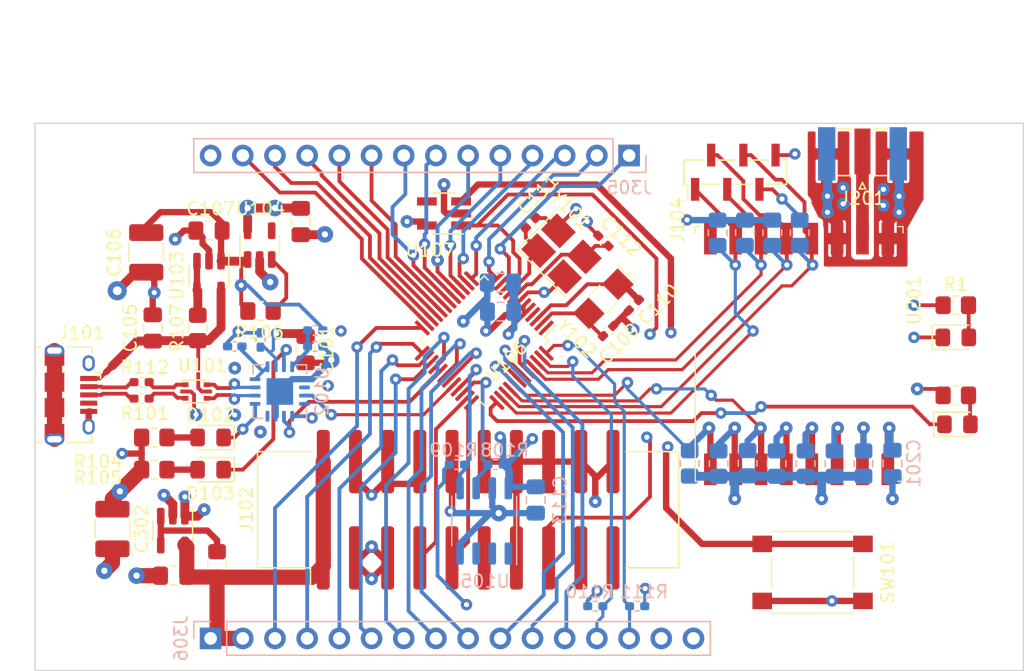
<source format=kicad_pcb>
(kicad_pcb (version 20221018) (generator pcbnew)
  (layers (0 "F.Cu" signal) (1 "In1.Cu" power) (2 "In2.Cu" power) (31 "B.Cu" signal) (34 "B.Paste" user) (35 "F.Paste" user) (36 "B.SilkS" user "B.Silkscreen") (37 "F.SilkS" user "F.Silkscreen") (38 "B.Mask" user) (39 "F.Mask" user) (44 "Edge.Cuts" user))
  (net 0 "")
  (net 1 "+5V")
  (net 2 "GNDD")
  (net 3 "+3V3")
  (net 4 "/~{RESET}")
  (net 5 "/5V_USB")
  (net 6 "/LF_OSC_IN")
  (net 7 "/LF_OSC_OUT")
  (net 8 "/HF_OSC_OUT")
  (net 9 "/HF_OSC_IN")
  (net 10 "/CON_PWR")
  (net 11 "/~{ERR_LED}")
  (net 12 "Net-(D101-A)")
  (net 13 "/RX_LED")
  (net 14 "Net-(D102-A)")
  (net 15 "/TX_LED")
  (net 16 "Net-(D103-A)")
  (net 17 "/USB_D-")
  (net 18 "/USB_D+")
  (net 20 "/SW_CLK")
  (net 21 "/SW_DIO")
  (net 22 "/SPI1_MOSI")
  (net 23 "/SPI1_MISO")
  (net 24 "/SPI1_SCK")
  (net 25 "/USART1_TX")
  (net 26 "/USART1_RX")
  (net 29 "/I2C1_SDA")
  (net 30 "/I2C1_SCL")
  (net 34 "/SPI2_NSS")
  (net 35 "/RadioComm1/ANT_OUT")
  (net 36 "Net-(U102-3V3OUT)")
  (net 37 "Net-(U103-EN)")
  (net 38 "/I2C2_SCL_MEM")
  (net 39 "/GPIO_PB12")
  (net 40 "/SPI2_SCK")
  (net 41 "/SPI2_MOSI")
  (net 42 "/GPIO_PB15")
  (net 43 "/GPIO_PC6")
  (net 44 "/GPIO_PC7")
  (net 45 "/GPIO_PA4")
  (net 46 "/GPIO_PA0")
  (net 47 "/GPIO_PA1")
  (net 48 "/GPIO_PA2")
  (net 49 "/USB_D_S+")
  (net 50 "/USB_D_S-")
  (net 51 "Net-(U102-CBUS0)")
  (net 53 "/3V_Bat")
  (net 54 "/SPI2_MISO")
  (net 55 "/I2C2_SDA_MEM")
  (net 56 "/GPIO_PA3")
  (net 57 "/GPIO_PA8")
  (net 58 "/GPIO_PB11")
  (net 59 "/GPIO_PB10")
  (net 60 "/GPIO_PB2")
  (net 61 "/GPIO_PB1")
  (net 62 "/GPIO_PB3")
  (net 63 "/GPIO_PB5")
  (net 65 "/GPIO_PB4")
  (net 66 "Net-(U104-EN)")
  (net 67 "/RF_RESET")
  (net 68 "/RadioComm1/RF_DIO0")
  (net 69 "/RF_FIFO_F_NE")
  (net 70 "/RadioComm1/RF_DIO2")
  (net 71 "/RadioComm1/RF_DIO3")
  (net 72 "/RadioComm1/RF_DIO4")
  (net 73 "/RadioComm1/RF_DIO5")
  (net 74 "Net-(U303-EN)")
  (net 80 "Net-(SW101-A)")
  (net 81 "/USB_RES+")
  (net 82 "/USB_RES-")
  (net 83 "/GPIO_PC13")
  (net 84 "/GPIO_PB13")
  (net 85 "/GPIO_PB14")
  (net 86 "Net-(D1-A)")
  (net 87 "/GPIO_PB0")
  (footprint "Connector_USB:USB_Micro-B_Amphenol_10118194_Horizontal" (layer "F.Cu") (at 115.346 117.314 -90)
    (fp_text reference "J101")
    (fp_text value "USB_B_Micro")
  )
  (footprint "Diode_SMD:D_0805_2012Metric_Pad1.15x1.40mm_HandSolder" (layer "F.Cu") (at 185.293 119.634)
    (fp_text reference "D101" hide)
    (fp_text value "ERR_LED")
  )
  (footprint "Connector_PinSocket_1.27mm:PinSocket_1x06_P1.27mm_Vertical_SMD_Pin1Left" (layer "F.Cu") (at 167.767 99.742 90)
    (fp_text reference "J104")
    (fp_text value "Test pins COMM1" hide)
  )
  (footprint "MountingHole:MountingHole_3.2mm_M3" (layer "F.Cu") (at 116.0725 99.568)
    (fp_text reference "H103" hide)
    (fp_text value "MountingHole" hide)
  )
  (footprint "Diode_SMD:D_0805_2012Metric_Pad1.15x1.40mm_HandSolder" (layer "F.Cu") (at 185.166 112.776)
    (fp_text reference "D1" hide)
    (fp_text value "PWR_LED")
  )
  (footprint "Diode_SMD:D_0805_2012Metric_Pad1.15x1.40mm_HandSolder" (layer "F.Cu") (at 126.365 123.212 180)
    (fp_text reference "D103")
    (fp_text value "TX_LED" hide)
  )
  (footprint "Capacitor_SMD:C_0402_1005Metric_Pad0.74x0.62mm_HandSolder" (layer "F.Cu") (at 151.638 103.759 45)
    (fp_text reference "C111")
    (fp_text value "13p" hide)
  )
  (footprint "Capacitor_SMD:C_0402_1005Metric_Pad0.74x0.62mm_HandSolder" (layer "F.Cu") (at 157.353 105.156 135)
    (fp_text reference "C112")
    (fp_text value "13p" hide)
  )
  (footprint "MountingHole:MountingHole_3.2mm_M3" (layer "F.Cu") (at 186.944 99.441)
    (fp_text reference "H104" hide)
    (fp_text value "MountingHole" hide)
  )
  (footprint "Package_TO_SOT_SMD:SOT-23-5" (layer "F.Cu") (at 123.383 128.0215 -90)
    (fp_text reference "U303" hide)
    (fp_text value "AP22802AW5-7" hide)
  )
  (footprint "Diode_SMD:D_0805_2012Metric_Pad1.15x1.40mm_HandSolder" (layer "F.Cu") (at 126.365 120.672 180)
    (fp_text reference "D102")
    (fp_text value "RX_LED" hide)
  )
  (footprint "Button_Switch_SMD:SW_Push_1P1T_NO_6x6mm_H9.5mm" (layer "F.Cu") (at 173.863 131.318 180)
    (fp_text reference "SW101")
    (fp_text value "RESET")
  )
  (footprint "Capacitor_SMD:C_0402_1005Metric_Pad0.74x0.62mm_HandSolder" (layer "F.Cu") (at 159.766 110.236 -135)
    (fp_text reference "C110")
    (fp_text value "20p" hide)
  )
  (footprint "Resistor_SMD:R_0805_2012Metric_Pad1.20x1.40mm_HandSolder" (layer "F.Cu") (at 130.302 110.694 180)
    (fp_text reference "R106")
    (fp_text value "2k" hide)
  )
  (footprint "Capacitor_SMD:C_0402_1005Metric_Pad0.74x0.62mm_HandSolder" (layer "F.Cu") (at 157.734 112.268 45)
    (fp_text reference "C109")
    (fp_text value "20p" hide)
  )
  (footprint "Capacitor_SMD:C_0805_2012Metric_Pad1.18x1.45mm_HandSolder" (layer "F.Cu") (at 133.858 113.742 -90)
    (fp_text reference "C101")
    (fp_text value "4u7" hide)
  )
  (footprint "Capacitor_SMD:C_1210_3225Metric_Pad1.33x2.70mm_HandSolder" (layer "F.Cu") (at 118.618 127.889 -90)
    (fp_text reference "C302")
    (fp_text value "100u" hide)
  )
  (footprint "Package_QFP:LQFP-48_7x7mm_P0.5mm" (layer "F.Cu") (at 147.955 113.03 -135)
    (fp_text reference "U106")
    (fp_text value "STM32G070CBTx" hide)
  )
  (footprint "Resistor_SMD:R_0402_1005Metric_Pad0.72x0.64mm_HandSolder" (layer "F.Cu") (at 120.92 116.3066)
    (fp_text reference "R112")
    (fp_text value "27" hide)
  )
  (footprint "MountingHole:MountingHole_3.2mm_M3" (layer "F.Cu") (at 186.944 135.509)
    (fp_text reference "H101" hide)
    (fp_text value "MountingHole" hide)
  )
  (footprint "Crystal:Crystal_SMD_SeikoEpson_FA238-4Pin_3.2x2.5mm_HandSoldering" (layer "F.Cu") (at 154.051 106.172 -45)
    (fp_text reference "Y101")
    (fp_text value "3225-16M-SR 16MHz 9pF" hide)
  )
  (footprint "Package_TO_SOT_SMD:SOT-666" (layer "F.Cu") (at 125.222 117.044)
    (fp_text reference "U101")
    (fp_text value "USBLC6-2P6" hide)
  )
  (footprint "Resistor_SMD:R_0805_2012Metric_Pad1.20x1.40mm_HandSolder" (layer "F.Cu") (at 185.166 117.348)
    (fp_text reference "R102" hide)
    (fp_text value "330" hide)
  )
  (footprint "Connector_Coaxial:SMA_Samtec_SMA-J-P-X-ST-EM1_EdgeMount" (layer "F.Cu") (at 177.8 98.298 180)
    (fp_text reference "J201")
    (fp_text value "SMA6252A23G50" hide)
  )
  (footprint "Crystal:Crystal_SMD_MicroCrystal_CC7V-T1A-2Pin_3.2x1.5mm_HandSoldering" (layer "F.Cu") (at 157.353 109.728 -135)
    (fp_text reference "Y102")
    (fp_text value "32.768K-CFPX217" hide)
  )
  (footprint "Resistor_SMD:R_0805_2012Metric_Pad1.20x1.40mm_HandSolder" (layer "F.Cu") (at 121.92 120.672)
    (fp_text reference "R104")
    (fp_text value "330" hide)
  )
  (footprint "Package_TO_SOT_SMD:SOT-23-5_HandSoldering" (layer "F.Cu") (at 144.78 102.997 180)
    (fp_text reference "U107")
    (fp_text value "APX823" hide)
  )
  (footprint "Resistor_SMD:R_0805_2012Metric_Pad1.20x1.40mm_HandSolder" (layer "F.Cu") (at 125.3545 112.03 90)
    (fp_text reference "R107")
    (fp_text value "10k" hide)
  )
  (footprint "Capacitor_SMD:C_0805_2012Metric_Pad1.18x1.45mm_HandSolder" (layer "F.Cu") (at 133.477 103.632 -90)
    (fp_text reference "C108" hide)
    (fp_text value "1u" hide)
  )
  (footprint "Capacitor_SMD:C_0805_2012Metric_Pad1.18x1.45mm_HandSolder" (layer "F.Cu") (at 126.238 104.344 180)
    (fp_text reference "C107")
    (fp_text value "100n" hide)
  )
  (footprint "Capacitor_SMD:C_0805_2012Metric_Pad1.18x1.45mm_HandSolder" (layer "F.Cu") (at 123.449 131.5775 180)
    (fp_text reference "C301" hide)
    (fp_text value "1u" hide)
  )
  (footprint "Resistor_SMD:R_0805_2012Metric_Pad1.20x1.40mm_HandSolder" (layer "F.Cu") (at 121.92 123.212)
    (fp_text reference "R105")
    (fp_text value "330" hide)
  )
  (footprint "Resistor_SMD:R_0402_1005Metric_Pad0.72x0.64mm_HandSolder" (layer "F.Cu") (at 120.92 117.602 180)
    (fp_text reference "R101")
    (fp_text value "27" hide)
  )
  (footprint "Resistor_SMD:R_0805_2012Metric_Pad1.20x1.40mm_HandSolder" (layer "F.Cu") (at 126.873 130.683 90)
    (fp_text reference "R301" hide)
    (fp_text value "10k" hide)
  )
  (footprint "RF_Module:HOPERF_RFM69HW" (layer "F.Cu") (at 172.8 114.08125 90)
    (fp_text reference "U201")
    (fp_text value "RFM69HW")
  )
  (footprint "Capacitor_SMD:C_0805_2012Metric_Pad1.18x1.45mm_HandSolder" (layer "F.Cu") (at 121.7985 112.03 90)
    (fp_text reference "C105")
    (fp_text value "1u" hide)
  )
  (footprint "Resistor_SMD:R_0805_2012Metric_Pad1.20x1.40mm_HandSolder" (layer "F.Cu") (at 185.166 110.236)
    (fp_text reference "R1")
    (fp_text value "330" hide)
  )
  (footprint "Package_TO_SOT_SMD:SOT-23-5" (layer "F.Cu") (at 126.238 107.9 -90)
    (fp_text reference "U103")
    (fp_text value "AP22802AW5-7" hide)
  )
  (footprint "Connector_IDC:IDC-Header_2x10_P2.54mm_Vertical_SMD" (layer "F.Cu") (at 146.685 126.375 90)
    (fp_text reference "J102")
    (fp_text value "Conn_ARM_JTAG_SWD_20" hide)
  )
  (footprint "MountingHole:MountingHole_3.2mm_M3" (layer "F.Cu") (at 116.078 135.509)
    (fp_text reference "H102" hide)
    (fp_text value "MountingHole" hide)
  )
  (footprint "Capacitor_SMD:C_1210_3225Metric_Pad1.33x2.70mm_HandSolder" (layer "F.Cu") (at 121.285 106.067 -90)
    (fp_text reference "C106")
    (fp_text value "100u" hide)
  )
  (footprint "Package_TO_SOT_SMD:SOT-23-5" (layer "F.Cu") (at 130.236 105.4925 90)
    (fp_text reference "U104")
    (fp_text value "AP2127K-3.3" hide)
  )
  (footprint "Resistor_SMD:R_0402_1005Metric_Pad0.72x0.64mm_HandSolder" (layer "B.Cu") (at 134.62 113.488)
    (fp_text reference "R113" hide)
    (fp_text value "10k" hide)
  )
  (footprint "Resistor_SMD:R_0805_2012Metric_Pad1.20x1.40mm_HandSolder" (layer "B.Cu") (at 171.022 122.73325 90)
    (fp_text reference "R208" hide)
    (fp_text value "20k" hide)
  )
  (footprint "Package_SO:SO-8_3.9x4.9mm_P1.27mm" (layer "B.Cu") (at 147.955 127.254 90)
    (fp_text reference "U105")
    (fp_text value "M24C16-RM" hide)
  )
  (footprint "Resistor_SMD:R_0805_2012Metric_Pad1.20x1.40mm_HandSolder" (layer "B.Cu") (at 168.529 104.521 -90)
    (fp_text reference "R203" hide)
    (fp_text value "20k" hide)
  )
  (footprint "Resistor_SMD:R_0805_2012Metric_Pad1.20x1.40mm_HandSolder" (layer "B.Cu") (at 170.688 104.521 -90)
    (fp_text reference "R202" hide)
    (fp_text value "20k" hide)
  )
  (footprint "Connector_PinHeader_2.54mm:PinHeader_1x14_P2.54mm_Vertical" (layer "B.Cu") (at 159.385 98.425 90)
    (fp_text reference "J305")
    (fp_text value "Conn_01x14" hide)
  )
  (footprint "Capacitor_SMD:C_0805_2012Metric_Pad1.18x1.45mm_HandSolder" (layer "B.Cu") (at 149.225 108.458 180)
    (fp_text reference "C114" hide)
    (fp_text value "10u" hide)
  )
  (footprint "Capacitor_SMD:C_0805_2012Metric_Pad1.18x1.45mm_HandSolder" (layer "B.Cu") (at 180.166 122.71725 90)
    (fp_text reference "C201")
    (fp_text value "100n")
  )
  (footprint "Resistor_SMD:R_0402_1005Metric_Pad0.72x0.64mm_HandSolder" (layer "B.Cu") (at 145.796 122.809)
    (fp_text reference "R109")
    (fp_text value "3k3" hide)
  )
  (footprint "Resistor_SMD:R_0402_1005Metric_Pad0.72x0.64mm_HandSolder" (layer "B.Cu") (at 156.718 133.985)
    (fp_text reference "R110")
    (fp_text value "3k3" hide)
  )
  (footprint "Resistor_SMD:R_0402_1005Metric_Pad0.72x0.64mm_HandSolder" (layer "B.Cu") (at 160.02 133.985 180)
    (fp_text reference "R111")
    (fp_text value "3k3" hide)
  )
  (footprint "Package_DFN_QFN:QFN-16-1EP_4x4mm_P0.65mm_EP2.1x2.1mm" (layer "B.Cu") (at 131.826 117.044 90)
    (fp_text reference "U102")
    (fp_text value "FT230XQ" hide)
  )
  (footprint "Resistor_SMD:R_0805_2012Metric_Pad1.20x1.40mm_HandSolder" (layer "B.Cu") (at 166.37 104.521 -90)
    (fp_text reference "R204" hide)
    (fp_text value "20k" hide)
  )
  (footprint "Capacitor_SMD:C_0402_1005Metric_Pad0.74x0.62mm_HandSolder" (layer "B.Cu") (at 130.302 112.98 90)
    (fp_text reference "C102" hide)
    (fp_text value "100n" hide)
  )
  (footprint "Resistor_SMD:R_0805_2012Metric_Pad1.20x1.40mm_HandSolder" (layer "B.Cu") (at 175.594 122.73325 90)
    (fp_text reference "R210" hide)
    (fp_text value "20k" hide)
  )
  (footprint "Capacitor_SMD:C_0805_2012Metric_Pad1.18x1.45mm_HandSolder" (layer "B.Cu") (at 152.019 125.603 -90)
    (fp_text reference "C113")
    (fp_text value "100n" hide)
  )
  (footprint "Resistor_SMD:R_0805_2012Metric_Pad1.20x1.40mm_HandSolder" (layer "B.Cu") (at 168.736 122.70125 90)
    (fp_text reference "R207" hide)
    (fp_text value "20k" hide)
  )
  (footprint "Resistor_SMD:R_0805_2012Metric_Pad1.20x1.40mm_HandSolder" (layer "B.Cu") (at 173.308 122.73325 90)
    (fp_text reference "R209" hide)
    (fp_text value "20k" hide)
  )
  (footprint "Capacitor_SMD:C_0402_1005Metric_Pad0.74x0.62mm_HandSolder" (layer "B.Cu") (at 128.27 113.488 180)
    (fp_text reference "C104" hide)
    (fp_text value "100n" hide)
  )
  (footprint "Resistor_SMD:R_0402_1005Metric_Pad0.72x0.64mm_HandSolder" (layer "B.Cu") (at 134.62 112.218 180)
    (fp_text reference "R103" hide)
    (fp_text value "4k7" hide)
  )
  (footprint "Resistor_SMD:R_0805_2012Metric_Pad1.20x1.40mm_HandSolder" (layer "B.Cu") (at 177.88 122.73325 90)
    (fp_text reference "R211" hide)
    (fp_text value "20k" hide)
  )
  (footprint "Resistor_SMD:R_0805_2012Metric_Pad1.20x1.40mm_HandSolder" (layer "B.Cu") (at 164.164 122.71725 90)
    (fp_text reference "R205" hide)
    (fp_text value "51k" hide)
  )
  (footprint "Resistor_SMD:R_0805_2012Metric_Pad1.20x1.40mm_HandSolder" (layer "B.Cu") (at 166.45 122.73325 90)
    (fp_text reference "R206" hide)
    (fp_text value "20k" hide)
  )
  (footprint "Capacitor_SMD:C_0805_2012Metric_Pad1.18x1.45mm_HandSolder" (layer "B.Cu") (at 149.2465 110.744 180)
    (fp_text reference "C115" hide)
    (fp_text value "100n" hide)
  )
  (footprint "Resistor_SMD:R_0805_2012Metric_Pad1.20x1.40mm_HandSolder" (layer "B.Cu") (at 172.847 104.521 -90)
    (fp_text reference "R201" hide)
    (fp_text value "20k" hide)
  )
  (footprint "Resistor_SMD:R_0402_1005Metric_Pad0.72x0.64mm_HandSolder" (layer "B.Cu") (at 148.844 122.809 180)
    (fp_text reference "R108")
    (fp_text value "3k3" hide)
  )
  (footprint "Connector_PinHeader_2.54mm:PinHeader_1x16_P2.54mm_Vertical" (layer "B.Cu") (at 126.365 136.525 -90)
    (fp_text reference "J306")
    (fp_text value "Conn_01x16" hide)
  )
  (gr_rect (start 112.5165 95.885) (end 190.5 139.065) (stroke (width 0.1)) (fill none) (layer "Edge.Cuts"))
  (segment (start 127.188 104.4315) (end 127.2755 104.344) (width 0.5) (layer "F.Cu") (net 1))
  (segment (start 126.41175 102.892) (end 127.2755 103.75575) (width 0.5) (layer "F.Cu") (net 1))
  (segment (start 128.778 109.17) (end 128.778 107.138) (width 0.3) (layer "F.Cu") (net 1))
  (segment (start 127.188 106.7625) (end 127.188 104.4315) (width 0.5) (layer "F.Cu") (net 1))
  (segment (start 128.778 107.138) (end 129.1535 106.7625) (width 0.3) (layer "F.Cu") (net 1))
  (segment (start 128.778 108.662) (end 128.778 109.17) (width 0.3) (layer "F.Cu") (net 1))
  (segment (start 128.778 110.17) (end 128.778 109.17) (width 0.3) (layer "F.Cu") (net 1))
  (segment (start 127.188 106.7625) (end 129.1535 106.7625) (width 0.7) (layer "F.Cu") (net 1))
  (segment (start 127.2755 103.75575) (end 127.2755 104.344) (width 0.5) (layer "F.Cu") (net 1))
  (segment (start 122.40875 102.892) (end 126.41175 102.892) (width 0.5) (layer "F.Cu") (net 1))
  (segment (start 121.285 104.5045) (end 121.285 104.01575) (width 0.5) (layer "F.Cu") (net 1))
  (segment (start 129.1535 106.7625) (end 129.286 106.63) (width 0.3) (layer "F.Cu") (net 1))
  (segment (start 121.285 104.01575) (end 122.40875 102.892) (width 0.5) (layer "F.Cu") (net 1))
  (segment (start 129.302 110.694) (end 128.778 110.17) (width 0.3) (layer "F.Cu") (net 1))
  (via (at 128.778 108.662) (size 1) (drill 0.4) (layers "F.Cu" "B.Cu") (net 1))
  (segment (start 128.778 108.662) (end 129.286 108.662) (width 0.3) (layer "B.Cu") (net 1))
  (segment (start 135.2175 112.0535) (end 135.2175 112.218) (width 0.3) (layer "B.Cu") (net 1))
  (segment (start 130.81 110.186) (end 133.35 110.186) (width 0.3) (layer "B.Cu") (net 1))
  (segment (start 129.286 108.662) (end 130.81 110.186) (width 0.3) (layer "B.Cu") (net 1))
  (segment (start 133.35 110.186) (end 135.2175 112.0535) (width 0.3) (layer "B.Cu") (net 1))
  (segment (start 144.957604 102.997) (end 146.13 102.997) (width 0.5) (layer "F.Cu") (net 2))
  (segment (start 152.039283 103.357717) (end 152.792352 103.357717) (width 0.3) (layer "F.Cu") (net 2))
  (segment (start 158.813501 111.188499) (end 159.364717 110.637283) (width 0.5) (layer "F.Cu") (net 2))
  (segment (start 175.039 103.11225) (end 175.039 98.35475) (width 0.7) (layer "F.Cu") (net 2))
  (segment (start 125.2005 104.344) (end 124.256 104.344) (width 0.5) (layer "F.Cu") (net 2))
  (segment (start 180.689 98.35475) (end 180.689 102.90525) (width 0.7) (layer "F.Cu") (net 2))
  (segment (start 123.383 126.884) (end 123.383 125.923) (width 0.7) (layer "F.Cu") (net 2))
  (segment (start 175.8 103.87325) (end 175.039 103.11225) (width 0.7) (layer "F.Cu") (net 2))
  (segment (start 150.495 125.73) (end 150.495 122.575) (width 0.5) (layer "F.Cu") (net 2))
  (segment (start 117.983 131.191) (end 118.618 130.556) (width 1.2) (layer "F.Cu") (net 2))
  (segment (start 139.065 131.826) (end 137.795 130.556) (width 0.5) (layer "F.Cu") (net 2))
  (segment (start 169.888 133.568) (end 173.952 133.568) (width 0.5) (layer "F.Cu") (net 2))
  (segment (start 133.858 114.7795) (end 134.1335 114.7795) (width 0.3) (layer "F.Cu") (net 2))
  (segment (start 135.382 104.648) (end 135.3605 104.6695) (width 0.7) (layer "F.Cu") (net 2))
  (segment (start 156.718 125.73) (end 156.718 123.718) (width 0.5) (layer "F.Cu") (net 2))
  (segment (start 139.065 125.222) (end 139.954 124.333) (width 0.5) (layer "F.Cu") (net 2))
  (segment (start 137.795 123.952) (end 137.795 122.575) (width 0.5) (layer "F.Cu") (net 2))
  (segment (start 148.363446 112.268) (end 149.619723 111.011723) (width 0.5) (layer "F.Cu") (net 2))
  (segment (start 172.372 98.392) (end 172.466 98.298) (width 0.3) (layer "F.Cu") (net 2))
  (segment (start 152.792352 103.357717) (end 153.803513 104.368878) (width 0.3) (layer "F.Cu") (net 2))
  (segment (start 125.060442 118.710442) (end 125.060442 117.294555) (width 0.3) (layer "F.Cu") (net 2))
  (segment (start 138.176 130.175) (end 139.065 129.286) (width 0.5) (layer "F.Cu") (net 2))
  (segment (start 181.864 112.776) (end 184.141 112.776) (width 0.3) (layer "F.Cu") (net 2))
  (segment (start 149.619723 111.011723) (end 150.721555 109.909891) (width 0.3) (layer "F.Cu") (net 2))
  (segment (start 156.718 125.73) (end 156.718 123.972) (width 0.5) (layer "F.Cu") (net 2))
  (segment (start 121.92 109.242) (end 121.7985 109.3635) (width 0.5) (layer "F.Cu") (net 2))
  (segment (start 137.795 130.175) (end 138.176 130.175) (width 0.5) (layer "F.Cu") (net 2))
  (segment (start 126.238 106.7625) (end 126.238 105.8895) (width 0.5) (layer "F.Cu") (net 2))
  (segment (start 124.256 104.344) (end 123.571 105.029) (width 0.5) (layer "F.Cu") (net 2))
  (segment (start 169.67 133.35) (end 169.888 133.568) (width 0.5) (layer "F.Cu") (net 2))
  (segment (start 145.415 126.365) (end 145.415 122.575) (width 0.5) (layer "F.Cu") (net 2))
  (segment (start 121.92 108.2645) (end 121.285 107.6295) (width 0.5) (layer "F.Cu") (net 2))
  (segment (start 114.046 113.814) (end 114.046 120.814) (width 1.2) (layer "F.Cu") (net 2))
  (segment (start 179.8 104.98125) (end 179.8 103.79425) (width 0.7) (layer "F.Cu") (net 2))
  (segment (start 171.45 101.854) (end 170.688 101.092) (width 0.3) (layer "F.Cu") (net 2))
  (segment (start 139.065 125.222) (end 137.795 123.952) (width 0.5) (layer "F.Cu") (net 2))
  (segment (start 152.68136 109.22) (end 151.411446 109.22) (width 0.3) (layer "F.Cu") (net 2))
  (segment (start 155.194 102.616) (end 153.803513 104.006487) (width 0.3) (layer "F.Cu") (net 2))
  (segment (start 122.4115 131.5775) (end 120.5285 131.5775) (width 1.2) (layer "F.Cu") (net 2))
  (segment (start 145.288 126.492) (end 145.415 126.365) (width 0.5) (layer "F.Cu") (net 2))
  (segment (start 179.8 103.79425) (end 180.689 102.90525) (width 0.7) (layer "F.Cu") (net 2))
  (segment (start 125.73 104.8735) (end 125.2005 104.344) (width 0.5) (layer "F.Cu") (net 2))
  (segment (start 144.78 102.819396) (end 144.957604 102.997) (width 0.5) (layer "F.Cu") (net 2))
  (segment (start 147.955 122.575) (end 147.955 124.46) (width 0.5) (layer "F.Cu") (net 2))
  (segment (start 124.809887 117.044) (end 124.297 117.044) (width 0.3) (layer "F.Cu") (net 2))
  (segment (start 123.383 125.923) (end 122.682 125.222) (width 0.7) (layer "F.Cu") (net 2))
  (segment (start 156.718 123.718) (end 155.575 122.575) (width 0.5) (layer "F.Cu") (net 2))
  (segment (start 142.875 124.333) (end 142.875 122.575) (width 0.5) (layer "F.Cu") (net 2))
  (segment (start 156.718 123.972) (end 158.115 122.575) (width 0.5) (layer "F.Cu") (net 2))
  (segment (start 118.618 130.556) (end 118.618 129.4515) (width 1.2) (layer "F.Cu") (net 2))
  (segment (start 135.6645 114.7795) (end 134.1335 114.7795) (width 0.5) (layer "F.Cu") (net 2))
  (segment (start 158.135283 111.866717) (end 158.813501 111.188499) (width 0.5) (layer "F.Cu") (net 2))
  (segment (start 125.73 105.3815) (end 125.73 104.8735) (width 0.5) (layer "F.Cu") (net 2))
  (segment (start 135.89 114.554) (end 135.6645 114.7795) (width 0.5) (layer "F.Cu") (net 2))
  (segment (start 120.4625 107.6295) (end 121.285 107.6295) (width 0.7) (layer "F.Cu") (net 2))
  (segment (start 125.060442 117.294555) (end 124.809887 117.044) (width 0.3) (layer "F.Cu") (net 2))
  (segment (start 147.955 122.575) (end 155.575 122.575) (width 0.5) (layer "F.Cu") (net 2))
  (segment (start 130.236 107.58) (end 130.236 106.63) (width 0.7) (layer "F.Cu") (net 2))
  (segment (start 156.083 103.632) (end 156.083 103.886) (width 0.3) (layer "F.Cu") (net 2))
  (segment (start 139.954 130.175) (end 139.065 129.286) (width 0.5) (layer "F.Cu") (net 2))
  (segment (start 139.065 131.826) (end 140.335 130.556) (width 0.5) (layer "F.Cu") (net 2))
  (segment (start 137.795 130.556) (end 137.795 130.175) (width 0.5) (layer "F.Cu") (net 2))
  (segment (start 158.813501 111.188499) (end 159.766 112.141) (width 0.5) (layer "F.Cu") (net 2))
  (segment (start 125.222 118.872) (end 125.060442 118.710442) (width 0.3) (layer "F.Cu") (net 2))
  (segment (start 148.082 112.268) (end 148.363446 112.268) (width 0.5) (layer "F.Cu") (net 2))
  (segment (start 175.8 104.98125) (end 175.8 103.87325) (width 0.7) (layer "F.Cu") (net 2))
  (segment (start 170.688 101.092) (end 169.672 101.092) (width 0.3) (layer "F.Cu") (net 2))
  (segment (start 153.035 109.22) (end 154.279878 107.975122) (width 0.3) (layer "F.Cu") (net 2))
  (segment (start 140.335 130.556) (end 140.335 130.175) (width 0.5) (layer "F.Cu") (net 2))
  (segment (start 177.838 133.568) (end 173.952 133.568) (width 0.5) (layer "F.Cu") (net 2))
  (segment (start 121.7985 109.3635) (end 121.7985 110.9925) (width 0.5) (layer "F.Cu") (net 2))
  (segment (start 120.5285 131.5775) (end 120.523 131.572) (width 1.2) (layer "F.Cu") (net 2))
  (segment (start 116.84 118.614) (end 116.746 118.614) (width 0.5) (layer "F.Cu") (net 2))
  (segment (start 116.746 119.814) (end 116.746 118.708) (width 0.5) (layer "F.Cu") (net 2))
  (segment (start 140.335 130.175) (end 139.954 130.175) (width 0.5) (layer "F.Cu") (net 2))
  (segment (start 151.411446 109.22) (end 150.721555 109.909891) (width 0.3) (layer "F.Cu") (net 2))
  (segment (start 156.083 103.886) (end 156.951717 104.754717) (width 0.3) (layer "F.Cu") (net 2))
  (segment (start 135.3605 104.6695) (end 133.477 104.6695) (width 0.7) (layer "F.Cu") (net 2))
  (segment (start 121.92 109.242) (end 121.92 108.2645) (width 0.5) (layer "F.Cu") (net 2))
  (segment (start 144.78 100.711) (end 144.78 102.819396) (width 0.5) (layer "F.Cu") (net 2))
  (segment (start 170.942 98.392) (end 172.372 98.392) (width 0.3) (layer "F.Cu") (net 2))
  (segment (start 131.064 108.408) (end 130.236 107.58) (width 0.7) (layer "F.Cu") (net 2))
  (segment (start 139.954 124.333) (end 142.875 124.333) (width 0.5) (layer "F.Cu") (net 2))
  (segment (start 152.68136 109.22) (end 153.035 109.22) (width 0.3) (layer "F.Cu") (net 2))
  (segment (start 126.238 105.8895) (end 125.73 105.3815) (width 0.5) (layer "F.Cu") (net 2))
  (segment (start 118.999 109.093) (end 120.4625 107.6295) (width 0.7) (layer "F.Cu") (net 2))
  (segment (start 153.803513 104.006487) (end 153.803513 104.368878) (width 0.3) (layer "F.Cu") (net 2))
  (segment (start 150.495 130.175) (end 150.495 125.73) (width 0.5) (layer "F.Cu") (net 2))
  (segment (start 116.746 118.708) (end 116.84 118.614) (width 0.3) (layer "F.Cu") (net 2))
  (segment (start 154.279878 107.975122) (end 154.298487 107.975122) (width 0.3) (layer "F.Cu") (net 2))
  (via (at 181.864 112.776) (size 0.9) (drill 0.4) (layers "F.Cu" "B.Cu") (net 2))
  (via (at 139.065 125.222) (size 0.9) (drill 0.4) (layers "F.Cu" "B.Cu") (net 2))
  (via (at 120.523 131.572) (size 1.3) (drill 0.5) (layers "F.Cu" "B.Cu") (net 2))
  (via (at 167.72 125.51125) (size 1) (drill 0.4) (layers "F.Cu" "B.Cu") (net 2))
  (via (at 136.652 112.268) (size 0.9) (drill 0.4) (layers "F.Cu" "B.Cu") (net 2))
  (via (at 135.636 116.586) (size 0.9) (drill 0.4) (layers "F.Cu" "B.Cu") (net 2))
  (via (at 180.689 102.90525) (size 1) (drill 0.4) (layers "F.Cu" "B.Cu") (net 2))
  (via (at 156.718 125.73) (size 1) (drill 0.4) (layers "F.Cu" "B.Cu") (net 2))
  (via (at 123.571 105.029) (size 1) (drill 0.4) (layers "F.Cu" "B.Cu") (net 2))
  (via (at 125.222 118.872) (size 1) (drill 0.4) (layers "F.Cu" "B.Cu") (net 2))
  (via (at 146.304 111.506) (size 1) (drill 0.4) (layers "F.Cu" "B.Cu") (net 2))
  (via (at 171.45 101.854) (size 0.9) (drill 0.4) (layers "F.Cu" "B.Cu") (net 2))
  (via (at 156.083 103.632) (size 0.9) (drill 0.4) (layers "F.Cu" "B.Cu") (net 2))
  (via (at 176.276 100.965) (size 1) (drill 0.4) (layers "F.Cu" "B.Cu") (net 2))
  (via (at 130.294002 120.234206) (size 1) (drill 0.4) (layers "F.Cu" "B.Cu") (net 2))
  (via (at 144.78 100.711) (size 1) (drill 0.4) (layers "F.Cu" "B.Cu") (net 2))
  (via (at 152.68136 109.22) (size 0.9) (drill 0.4) (layers "F.Cu" "B.Cu") (net 2))
  (via (at 139.065 131.826) (size 1) (drill 0.4) (layers "F.Cu" "B.Cu") (net 2))
  (via (at 139.065 129.286) (size 1) (drill 0.4) (layers "F.Cu" "B.Cu") (net 2))
  (via (at 172.466 98.298) (size 0.9) (drill 0.4) (layers "F.Cu" "B.Cu") (net 2))
  (via (at 180.689 101.63525) (size 1) (drill 0.4) (layers "F.Cu" "B.Cu") (net 2))
  (via (at 121.92 109.242) (size 1) (drill 0.4) (layers "F.Cu" "B.Cu") (net 2))
  (via (at 176.276 102.235) (size 1) (drill 0.4) (layers "F.Cu" "B.Cu") (net 2))
  (via (at 131.064 108.408) (size 1.3) (drill 0.5) (layers "F.Cu" "B.Cu") (net 2))
  (via (at 135.382 104.648) (size 1.3) (drill 0.5) (layers "F.Cu" "B.Cu") (net 2))
  (via (at 128.27 115.201052) (size 1) (drill 0.4) (layers "F.Cu" "B.Cu") (net 2))
  (via (at 180.166 125.51125) (size 1) (drill 0.4) (layers "F.Cu" "B.Cu") (net 2))
  (via (at 128.27 118.8974) (size 1) (drill 0.4) (layers "F.Cu" "B.Cu") (net 2))
  (via (at 179.451 102.362) (size 1) (drill 0.4) (layers "F.Cu" "B.Cu") (net 2))
  (via (at 155.194 102.616) (size 0.9) (drill 0.4) (layers "F.Cu" "B.Cu") (net 2))
  (via (at 179.451 101.092) (size 1) (drill 0.4) (layers "F.Cu" "B.Cu") (net 2))
  (via (at 118.999 109.093) (size 1.5) (drill 0.7) (layers "F.Cu" "B.Cu") (net 2))
  (via (at 135.89 114.554) (size 1.3) (drill 0.5) (layers "F.Cu" "B.Cu") (net 2))
  (via (at 148.082 112.268) (size 0.9) (drill 0.4) (layers "F.Cu" "B.Cu") (net 2))
  (via (at 175.039 102.90525) (size 1) (drill 0.4) (layers "F.Cu" "B.Cu") (net 2))
  (via (at 128.537226 112.321445) (size 0.9) (drill 0.4) (layers "F.Cu" "B.Cu") (net 2))
  (via (at 159.766 112.141) (size 0.9) (drill 0.4) (layers "F.Cu" "B.Cu") (net 2))
  (via (at 117.983 131.191) (size 1.3) (drill 0.5) (layers "F.Cu" "B.Cu") (net 2))
  (via (at 174.578 125.51125) (size 1) (drill 0.4) (layers "F.Cu" "B.Cu") (net 2))
  (via (at 145.288 126.492) (size 0.9) (drill 0.4) (layers "F.Cu" "B.Cu") (net 2))
  (via (at 149.098 126.6405) (size 1.3) (drill 0.5) (layers "F.Cu" "B.Cu") (net 2))
  (via (at 175.387 133.568) (size 0.9) (drill 0.4) (layers "F.Cu" "B.Cu") (net 2))
  (via (at 175.039 101.63525) (size 1) (drill 0.4) (layers "F.Cu" "B.Cu") (net 2))
  (via (at 122.682 125.222) (size 1) (drill 0.4) (layers "F.Cu" "B.Cu") (net 2))
  (segment (start 149.098 126.6405) (end 152.019 126.6405) (width 0.5) (layer "B.Cu") (net 2))
  (segment (start 164.18 123.73325) (end 164.164 123.71725) (width 0.7) (layer "B.Cu") (net 2))
  (segment (start 148.1875 110.7225) (end 148.209 110.744) (width 0.5) (layer "B.Cu") (net 2))
  (segment (start 174.578 123.73325) (end 174.578 125.51125) (width 0.7) (layer "B.Cu") (net 2))
  (segment (start 166.45 123.73325) (end 164.18 123.73325) (width 0.7) (layer "B.Cu") (net 2))
  (segment (start 146.05 129.032) (end 146.05 129.829) (width 0.5) (layer "B.Cu") (net 2))
  (segment (start 167.72 123.73325) (end 167.72 125.51125) (width 0.7) (layer "B.Cu") (net 2))
  (segment (start 172.847 103.251) (end 172.847 103.521) (width 0.3) (layer "B.Cu") (net 2))
  (segment (start 134.375 116.069) (end 132.801 116.069) (width 0.5) (layer "B.Cu") (net 2))
  (segment (start 149.098 126.6405) (end 145.4365 126.6405) (width 0.5) (layer "B.Cu") (net 2))
  (segment (start 148.1875 108.458) (end 148.1875 110.7225) (width 0.5) (layer "B.Cu") (net 2))
  (segment (start 149.098 126.6405) (end 148.4415 126.6405) (width 0.5) (layer "B.Cu") (net 2))
  (segment (start 167.72 123.73325) (end 166.45 123.73325) (width 0.7) (layer "B.Cu") (net 2))
  (segment (start 127.7025 113.156171) (end 127.7025 113.488) (width 0.3) (layer "B.Cu") (net 2))
  (segment (start 180.689 98.35475) (end 180.689 102.90525) (width 0.7) (layer "B.Cu") (net 2))
  (segment (start 128.628281 112.4125) (end 130.302 112.4125) (width 0.3) (layer "B.Cu") (net 2))
  (segment (start 174.578 123.73325) (end 167.72 123.73325) (width 0.7) (layer "B.Cu") (net 2))
  (segment (start 132.801 116.069) (end 131.826 117.044) (width 0.5) (layer "B.Cu") (net 2))
  (segment (start 135.89 114.554) (end 135.89 114.1605) (width 0.3) (layer "B.Cu") (net 2))
  (segment (start 131.501 117.369) (end 131.826 117.044) (width 0.3) (layer "B.Cu") (net 2))
  (segment (start 148.082 112.268) (end 148.209 112.141) (width 0.5) (layer "B.Cu") (net 2))
  (segment (start 148.4415 126.6405) (end 146.05 129.032) (width 0.5) (layer "B.Cu") (net 2))
  (segment (start 148.209 112.141) (end 148.209 110.744) (width 0.5) (layer "B.Cu") (net 2))
  (segment (start 135.89 114.1605) (end 135.2175 113.488) (width 0.3) (layer "B.Cu") (net 2))
  (segment (start 148.209 109.601) (end 148.209 108.4795) (width 0.5) (layer "B.Cu") (net 2))
  (segment (start 171.45 101.854) (end 172.847 103.251) (width 0.3) (layer "B.Cu") (net 2))
  (segment (start 177.88 123.73325) (end 174.578 123.73325) (width 0.7) (layer "B.Cu") (net 2))
  (segment (start 146.304 111.506) (end 148.209 109.601) (width 0.5) (layer "B.Cu") (net 2))
  (segment (start 175.039 98.35475) (end 175.039 102.90525) (width 0.7) (layer "B.Cu") (net 2))
  (segment (start 180.166 123.75475) (end 180.166 125.51125) (width 0.5) (layer "B.Cu") (net 2))
  (segment (start 135.89 114.554) (end 134.375 116.069) (width 0.5) (layer "B.Cu") (net 2))
  (segment (start 148.209 108.4795) (end 148.1875 108.458) (width 0.5) (layer "B.Cu") (net 2))
  (segment (start 149.098 126.6405) (end 148.59 126.1325) (width 0.5) (layer "B.Cu") (net 2))
  (segment (start 145.4365 126.6405) (end 145.288 126.492) (width 0.5) (layer "B.Cu") (net 2))
  (segment (start 148.59 126.1325) (end 148.59 124.679) (width 0.5) (layer "B.Cu") (net 2))
  (segment (start 128.537226 112.321445) (end 127.7025 113.156171) (width 0.3) (layer "B.Cu") (net 2))
  (segment (start 128.537226 112.321445) (end 128.628281 112.4125) (width 0.3) (layer "B.Cu") (net 2))
  (segment (start 131.501 118.994) (end 131.501 117.369) (width 0.5) (layer "B.Cu") (net 2))
  (segment (start 141.859 103.632) (end 143.115 103.632) (width 0.5) (layer "F.Cu") (net 3))
  (segment (start 151.075109 110.970551) (end 151.428662 110.616998) (width 0.3) (layer "F.Cu") (net 3))
  (segment (start 118.618 125.514) (end 120.92 123.212) (width 1.2) (layer "F.Cu") (net 3))
  (segment (start 131.572 112.472) (end 133.6255 112.472) (width 0.7) (layer "F.Cu") (net 3))
  (segment (start 125.338 126.884) (end 125.857 126.365) (width 0.7) (layer "F.Cu") (net 3))
  (segment (start 182.118 116.84) (end 183.658 116.84) (width 0.3) (layer "F.Cu") (net 3))
  (segment (start 179.8 120.03525) (end 179.912 119.92325) (width 0.5) (layer "F.Cu") (net 3))
  (segment (start 120.92 121.942) (end 120.92 123.212) (width 0.5) (layer "F.Cu") (net 3))
  (segment (start 143.115 103.632) (end 143.43 103.947) (width 0.5) (layer "F.Cu") (net 3))
  (segment (start 120.92 121.942) (end 119.38 121.942) (width 0.5) (layer "F.Cu") (net 3))
  (segment (start 124.333 126.884) (end 124.333 125.349) (width 0.7) (layer "F.Cu") (net 3))
  (segment (start 149.86 112.18566) (end 151.428662 110.616998) (width 0.3) (layer "F.Cu") (net 3))
  (segment (start 129.286 102.566) (end 133.4485 102.566) (width 0.7) (layer "F.Cu") (net 3))
  (segment (start 133.4485 102.566) (end 133.477 102.5945) (width 0.7) (layer "F.Cu") (net 3))
  (segment (start 183.658 116.84) (end 184.166 117.348) (width 0.3) (layer "F.Cu") (net 3))
  (segment (start 179.8 123.18125) (end 179.8 120.03525) (width 0.5) (layer "F.Cu") (net 3))
  (segment (start 124.333 126.884) (end 125.338 126.884) (width 0.7) (layer "F.Cu") (net 3))
  (segment (start 151.075109 110.263445) (end 151.075109 110.970551) (width 0.3) (layer "F.Cu") (net 3))
  (segment (start 149.86 112.522) (end 149.86 112.18566) (width 0.3) (layer "F.Cu") (net 3))
  (segment (start 118.618 126.3265) (end 118.618 125.514) (width 1.2) (layer "F.Cu") (net 3))
  (segment (start 129.286 104.355) (end 129.286 102.566) (width 0.7) (layer "F.Cu") (net 3))
  (segment (start 131.445 102.566) (end 129.286 102.566) (width 0.7) (layer "F.Cu") (net 3))
  (segment (start 181.864 110.236) (end 184.166 110.236) (width 0.3) (layer "F.Cu") (net 3))
  (segment (start 133.6255 112.472) (end 133.858 112.7045) (width 0.7) (layer "F.Cu") (net 3))
  (segment (start 120.92 120.672) (end 120.92 121.942) (width 0.5) (layer "F.Cu") (net 3))
  (via (at 179.912 119.92325) (size 1) (drill 0.4) (layers "F.Cu" "B.Cu") (net 3))
  (via (at 141.859 103.632) (size 1) (drill 0.4) (layers "F.Cu" "B.Cu") (net 3))
  (via (at 182.118 116.84) (size 1) (drill 0.4) (layers "F.Cu" "B.Cu") (net 3))
  (via (at 146.558 133.858) (size 0.9) (drill 0.4) (layers "F.Cu" "B.Cu") (net 3))
  (via (at 151.756392 120.770296) (size 0.9) (drill 0.4) (layers "F.Cu" "B.Cu") (net 3))
  (via (at 131.572 112.472) (size 0.9) (drill 0.4) (layers "F.Cu" "B.Cu") (net 3))
  (via (at 163.957 103.505) (size 0.9) (drill 0.4) (layers "F.Cu" "B.Cu") (net 3))
  (via (at 119.2085 124.9235) (size 1.3) (drill 0.5) (layers "F.Cu" "B.Cu") (net 3))
  (via (at 149.86 112.522) (size 0.9) (drill 0.4) (layers "F.Cu" "B.Cu") (net 3))
  (via (at 181.864 110.236) (size 0.9) (drill 0.4) (layers "F.Cu" "B.Cu") (net 3))
  (via (at 134.366 119.126) (size 0.9) (drill 0.4) (layers "F.Cu" "B.Cu") (net 3))
  (via (at 156.868416 132.78629) (size 0.9) (drill 0.4) (layers "F.Cu" "B.Cu") (net 3))
  (via (at 125.857 126.365) (size 1) (drill 0.4) (layers "F.Cu" "B.Cu") (net 3))
  (via (at 124.333 125.349) (size 1) (drill 0.4) (layers "F.Cu" "B.Cu") (net 3))
  (via (at 149.210461 120.631022) (size 0.9) (drill 0.4) (layers "F.Cu" "B.Cu") (net 3))
  (via (at 131.445 102.566) (size 1.3) (drill 0.5) (layers "F.Cu" "B.Cu") (net 3))
  (via (at 129.286 102.566) (size 1.3) (drill 0.5) (layers "F.Cu" "B.Cu") (net 3))
  (via (at 160.655 132.588) (size 0.9) (drill 0.4) (layers "F.Cu" "B.Cu") (net 3))
  (via (at 119.38 121.942) (size 0.9) (drill 0.4) (layers "F.Cu" "B.Cu") (net 3))
  (segment (start 144.272 131.572) (end 146.558 133.858) (width 0.3) (layer "B.Cu") (net 3))
  (segment (start 131.572 112.472) (end 131.318 112.726) (width 0.25) (layer "B.Cu") (net 3))
  (segment (start 131.501 114.433) (end 131.501 115.094) (width 0.25) (layer "B.Cu") (net 3))
  (segment (start 163.973 103.521) (end 163.957 103.505) (width 0.5) (layer "B.Cu") (net 3))
  (segment (start 131.064 113.996) (end 131.501 114.433) (width 0.25) (layer "B.Cu") (net 3))
  (segment (start 149.86 112.522) (end 150.330424 112.051576) (width 0.5) (layer "B.Cu") (net 3))
  (segment (start 145.1985 122.809) (end 144.78 123.2275) (width 0.3) (layer "B.Cu") (net 3))
  (segment (start 131.318 113.742) (end 131.064 113.996) (width 0.25) (layer "B.Cu") (net 3))
  (segment (start 156.1205 133.534206) (end 156.1205 133.985) (width 0.3) (layer "B.Cu") (net 3))
  (segment (start 130.6155 113.5475) (end 131.064 113.996) (width 0.25) (layer "B.Cu") (net 3))
  (segment (start 149.4415 120.862061) (end 149.4415 122.809) (width 0.5) (layer "B.Cu") (net 3))
  (segment (start 179.912 121.42575) (end 180.166 121.67975) (width 0.5) (layer "B.Cu") (net 3))
  (segment (start 150.284 108.4795) (end 150.284 110.744) (width 0.7) (layer "B.Cu") (net 3))
  (segment (start 166.37 103.521) (end 163.973 103.521) (width 0.5) (layer "B.Cu") (net 3))
  (segment (start 151.003 124.5655) (end 149.9735 124.5655) (width 0.5) (layer "B.Cu") (net 3))
  (segment (start 149.4415 122.809) (end 149.9735 123.341) (width 0.5) (layer "B.Cu") (net 3))
  (segment (start 134.366 119.126) (end 134.234 118.994) (width 0.3) (layer "B.Cu") (net 3))
  (segment (start 149.210461 120.631022) (end 149.4415 120.862061) (width 0.5) (layer "B.Cu") (net 3))
  (segment (start 149.9735 124.5655) (end 149.86 124.679) (width 0.5) (layer "B.Cu") (net 3))
  (segment (start 150.2625 108.458) (end 150.284 108.4795) (width 0.7) (layer "B.Cu") (net 3))
  (segment (start 149.9735 123.341) (end 149.9735 124.5655) (width 0.5) (layer "B.Cu") (net 3))
  (segment (start 179.912 119.92325) (end 179.912 121.42575) (width 0.7) (layer "B.Cu") (net 3))
  (segment (start 149.86 122.666688) (end 149.86 124.679) (width 0.5) (layer "B.Cu") (net 3))
  (segment (start 151.756392 120.770296) (end 149.86 122.666688) (width 0.5) (layer "B.Cu") (net 3))
  (segment (start 131.318 112.726) (end 131.318 113.742) (width 0.25) (layer "B.Cu") (net 3))
  (segment (start 144.272 124.714) (end 144.272 131.572) (width 0.3) (layer "B.Cu") (net 3))
  (segment (start 150.330424 112.051576) (end 150.330424 110.697576) (width 0.5) (layer "B.Cu") (net 3))
  (segment (start 130.302 113.5475) (end 130.6155 113.5475) (width 0.25) (layer "B.Cu") (net 3))
  (segment (start 152.019 124.5655) (end 151.003 124.5655) (width 0.5) (layer "B.Cu") (net 3))
  (segment (start 160.6175 133.985) (end 160.6175 132.6255) (width 0.25) (layer "B.Cu") (net 3))
  (segment (start 144.78 123.2275) (end 144.78 124.206) (width 0.3) (layer "B.Cu") (net 3))
  (segment (start 144.78 124.206) (end 144.272 124.714) (width 0.3) (layer "B.Cu") (net 3))
  (segment (start 166.37 103.521) (end 170.688 103.521) (width 0.5) (layer "B.Cu") (net 3))
  (segment (start 156.868416 132.78629) (end 156.1205 133.534206) (width 0.3) (layer "B.Cu") (net 3))
  (segment (start 150.284 110.744) (end 150.330424 110.697576) (width 0.3) (layer "B.Cu") (net 3))
  (segment (start 160.6175 132.6255) (end 160.655 132.588) (width 0.25) (layer "B.Cu") (net 3))
  (segment (start 134.234 118.994) (end 132.801 118.994) (width 0.3) (layer "B.Cu") (net 3))
  (segment (start 161.036 125.349) (end 159.385 127) (width 0.3) (layer "F.Cu") (net 4))
  (segment (start 161.036 120.904) (end 161.036 125.349) (width 0.3) (layer "F.Cu") (net 4))
  (segment (start 147.386 103.947) (end 146.13 103.947) (width 0.3) (layer "F.Cu") (net 4))
  (segment (start 161.036 112.522) (end 161.544 112.014) (width 0.3) (layer "F.Cu") (net 4))
  (segment (start 159.385 127) (end 153.71 127) (width 0.3) (layer "F.Cu") (net 4))
  (segment (start 150.749 107.761126) (end 150.749 106.553) (width 0.3) (layer "F.Cu") (net 4))
  (segment (start 149.660895 108.849231) (end 150.749 107.761126) (width 0.3) (layer "F.Cu") (net 4))
  (segment (start 149.032 103.947) (end 146.13 103.947) (width 0.3) (layer "F.Cu") (net 4))
  (segment (start 153.035 127.675) (end 153.035 130.175) (width 0.3) (layer "F.Cu") (net 4))
  (segment (start 146.13 103.947) (end 146.191 103.886) (width 0.3) (layer "F.Cu") (net 4))
  (segment (start 150.241 106.045) (end 150.241 105.156) (width 0.3) (layer "F.Cu") (net 4))
  (segment (start 149.831013 101.501987) (end 147.386 103.947) (width 0.3) (layer "F.Cu") (net 4))
  (segment (start 150.241 105.156) (end 149.032 103.947) (width 0.3) (layer "F.Cu") (net 4))
  (segment (start 160.782 120.65) (end 161.036 120.904) (width 0.3) (layer "F.Cu") (net 4))
  (segment (start 153.71 127) (end 153.035 127.675) (width 0.3) (layer "F.Cu") (net 4))
  (segment (start 156.492987 101.501987) (end 149.831013 101.501987) (width 0.3) (layer "F.Cu") (net 4))
  (segment (start 161.544 106.553) (end 156.492987 101.501987) (width 0.3) (layer "F.Cu") (net 4))
  (segment (start 161.544 112.014) (end 161.544 106.553) (width 0.3) (layer "F.Cu") (net 4))
  (segment (start 150.749 106.553) (end 150.241 106.045) (width 0.3) (layer "F.Cu") (net 4))
  (via (at 160.782 120.65) (size 0.9) (drill 0.4) (layers "F.Cu" "B.Cu") (net 4))
  (via (at 161.036 112.522) (size 0.9) (drill 0.4) (layers "F.Cu" "B.Cu") (net 4))
  (segment (start 126.188 113.03) (end 125.3545 113.03) (width 0.7) (layer "F.Cu") (net 5))
  (segment (start 118.11 115.52) (end 117.616 116.014) (width 0.3) (layer "F.Cu") (net 5))
  (segment (start 126.188 113.03) (end 121.836 113.03) (width 0.7) (layer "F.Cu") (net 5))
  (segment (start 125.389128 116.765312) (end 125.389128 113.064628) (width 0.3) (layer "F.Cu") (net 5))
  (segment (start 121.836 113.03) (end 121.7985 113.0675) (width 0.7) (layer "F.Cu") (net 5))
  (segment (start 120.5625 113.0675) (end 121.7985 113.0675) (width 0.7) (layer "F.Cu") (net 5))
  (segment (start 127.188 112.03) (end 126.188 113.03) (width 0.7) (layer "F.Cu") (net 5))
  (segment (start 121.543 113.0675) (end 121.7985 113.0675) (width 0.7) (layer "F.Cu") (net 5))
  (segment (start 125.667816 117.044) (end 125.389128 116.765312) (width 0.3) (layer "F.Cu") (net 5))
  (segment (start 118.11 115.52) (end 118.618 115.012) (width 0.5) (layer "F.Cu") (net 5))
  (segment (start 121.886 112.98) (end 121.7985 113.0675) (width 0.5) (layer "F.Cu") (net 5))
  (segment (start 125.389128 113.064628) (end 125.3545 113.03) (width 0.3) (layer "F.Cu") (net 5))
  (segment (start 127.188 109.0375) (end 127.188 112.03) (width 0.7) (layer "F.Cu") (net 5))
  (segment (start 118.618 115.012) (end 120.5625 113.0675) (width 0.7) (layer "F.Cu") (net 5))
  (segment (start 126.147 117.044) (end 125.667816 117.044) (width 0.3) (layer "F.Cu") (net 5))
  (segment (start 117.616 116.014) (end 116.746 116.014) (width 0.3) (layer "F.Cu") (net 5))
  (segment (start 157.246283 112.669283) (end 156.203951 111.626951) (width 0.3) (layer "F.Cu") (net 6))
  (segment (start 157.332717 112.669283) (end 157.246283 112.669283) (width 0.3) (layer "F.Cu") (net 6))
  (segment (start 156.203951 110.877049) (end 153.289931 110.877049) (width 0.3) (layer "F.Cu") (net 6))
  (segment (start 153.289931 110.877049) (end 152.489322 111.677658) (width 0.3) (layer "F.Cu") (net 6))
  (segment (start 156.203951 111.626951) (end 156.203951 110.877049) (width 0.3) (layer "F.Cu") (net 6))
  (segment (start 152.135769 111.324105) (end 153.223874 110.236) (width 0.3) (layer "F.Cu") (net 7))
  (segment (start 158.911517 108.578951) (end 158.502049 108.578951) (width 0.5) (layer "F.Cu") (net 7))
  (segment (start 160.167283 109.834717) (end 158.911517 108.578951) (width 0.5) (layer "F.Cu") (net 7))
  (segment (start 154.432 110.236) (end 156.089049 108.578951) (width 0.3) (layer "F.Cu") (net 7))
  (segment (start 156.089049 108.578951) (end 158.502049 108.578951) (width 0.3) (layer "F.Cu") (net 7))
  (segment (start 153.223874 110.236) (end 154.432 110.236) (width 0.3) (layer "F.Cu") (net 7))
  (segment (start 151.236717 104.160283) (end 151.236717 104.913352) (width 0.3) (layer "F.Cu") (net 8))
  (segment (start 151.236717 104.913352) (end 152.247878 105.924513) (width 0.3) (layer "F.Cu") (net 8))
  (segment (start 150.014449 109.202785) (end 151.511 107.706234) (width 0.3) (layer "F.Cu") (net 8))
  (segment (start 151.774384 105.924513) (end 152.247878 105.924513) (width 0.3) (layer "F.Cu") (net 8))
  (segment (start 151.511 107.706234) (end 151.511 106.661391) (width 0.3) (layer "F.Cu") (net 8))
  (segment (start 151.511 106.661391) (end 152.247878 105.924513) (width 0.3) (layer "F.Cu") (net 8))
  (segment (start 151.757131 105.90726) (end 151.774384 105.924513) (width 0.3) (layer "F.Cu") (net 8))
  (segment (start 150.368002 109.556338) (end 151.33934 108.585) (width 0.3) (layer "F.Cu") (net 9))
  (segment (start 151.708709 108.585) (end 154.047445 106.246264) (width 0.3) (layer "F.Cu") (net 9))
  (segment (start 157.754283 105.557283) (end 156.716326 105.557283) (width 0.3) (layer "F.Cu") (net 9))
  (segment (start 154.047445 106.246264) (end 155.680899 106.246264) (width 0.3) (layer "F.Cu") (net 9))
  (segment (start 156.716326 105.557283) (end 155.854122 106.419487) (width 0.3) (layer "F.Cu") (net 9))
  (segment (start 151.33934 108.585) (end 151.708709 108.585) (width 0.3) (layer "F.Cu") (net 9))
  (segment (start 155.680899 106.246264) (end 155.854122 106.419487) (width 0.3) (layer "F.Cu") (net 9))
  (segment (start 126.365 136.525) (end 128.905 136.525) (width 1.2) (layer "F.Cu") (net 10))
  (segment (start 134.366 131.699) (end 126.889 131.699) (width 1.2) (layer "F.Cu") (net 10))
  (segment (start 124.592 131.683) (end 124.4865 131.5775) (width 1.2) (layer "F.Cu") (net 10))
  (segment (start 135.255 130.81) (end 134.366 131.699) (width 1.2) (layer "F.Cu") (net 10))
  (segment (start 124.4865 129.3125) (end 124.333 129.159) (width 1.2) (layer "F.Cu") (net 10))
  (segment (start 126.889 131.699) (end 126.873 131.683) (width 1.2) (layer "F.Cu") (net 10))
  (segment (start 126.873 131.683) (end 124.592 131.683) (width 1.2) (layer "F.Cu") (net 10))
  (segment (start 124.4865 131.5775) (end 124.4865 129.3125) (width 1.2) (layer "F.Cu") (net 10))
  (segment (start 126.873 131.683) (end 126.873 136.017) (width 1.2) (layer "F.Cu") (net 10))
  (segment (start 126.873 136.017) (end 126.365 136.525) (width 1.2) (layer "F.Cu") (net 10))
  (segment (start 135.255 130.175) (end 135.255 130.81) (width 1.2) (layer "F.Cu") (net 10))
  (segment (start 135.255 122.575) (end 135.255 130.175) (width 1.2) (layer "F.Cu") (net 10))
  (segment (start 148.909124 117.917876) (end 148.953788 117.917876) (width 0.3) (layer "F.Cu") (net 11))
  (segment (start 183.134 119.634) (end 184.268 119.634) (width 0.3) (layer "F.Cu") (net 11))
  (segment (start 148.463 118.872) (end 148.463 118.364) (width 0.3) (layer "F.Cu") (net 11))
  (segment (start 148.463 118.364) (end 148.909124 117.917876) (width 0.3) (layer "F.Cu") (net 11))
  (segment (start 166.624 118.745) (end 165.1 118.745) (width 0.3) (layer "F.Cu") (net 11))
  (segment (start 169.799 118.237) (end 181.737 118.237) (width 0.3) (layer "F.Cu") (net 11))
  (segment (start 165.1 118.745) (end 164.465 119.38) (width 0.3) (layer "F.Cu") (net 11))
  (segment (start 164.465 119.38) (end 148.971 119.38) (width 0.3) (layer "F.Cu") (net 11))
  (segment (start 181.737 118.237) (end 183.134 119.634) (width 0.3) (layer "F.Cu") (net 11))
  (segment (start 148.971 119.38) (end 148.463 118.872) (width 0.3) (layer "F.Cu") (net 11))
  (via (at 169.799 118.237) (size 0.9) (drill 0.4) (layers "F.Cu" "B.Cu") (net 11))
  (via (at 166.624 118.745) (size 0.9) (drill 0.4) (layers "F.Cu" "B.Cu") (net 11))
  (segment (start 169.291 118.745) (end 169.799 118.237) (width 0.3) (layer "B.Cu") (net 11))
  (segment (start 166.624 118.745) (end 169.291 118.745) (width 0.3) (layer "B.Cu") (net 11))
  (segment (start 186.293 119.609) (end 186.293 117.475) (width 0.3) (layer "F.Cu") (net 12))
  (segment (start 186.293 117.475) (end 186.166 117.348) (width 0.3) (layer "F.Cu") (net 12))
  (segment (start 186.318 119.634) (end 186.293 119.609) (width 0.3) (layer "F.Cu") (net 12))
  (segment (start 128.248 120.672) (end 127.39 120.672) (width 0.3) (layer "F.Cu") (net 13))
  (segment (start 128.905 120.015) (end 128.248 120.672) (width 0.3) (layer "F.Cu") (net 13))
  (via (at 128.905 120.015) (size 0.9) (drill 0.4) (layers "F.Cu" "B.Cu") (net 13))
  (segment (start 128.905 120.015) (end 129.876 119.044) (width 0.3) (layer "B.Cu") (net 13))
  (segment (start 129.876 119.044) (end 129.876 118.019) (width 0.3) (layer "B.Cu") (net 13))
  (segment (start 122.92 120.672) (end 125.34 120.672) (width 0.5) (layer "F.Cu") (net 14))
  (segment (start 128.905 123.212) (end 127.39 123.212) (width 0.3) (layer "F.Cu") (net 15))
  (segment (start 131.318 120.799) (end 128.905 123.212) (width 0.3) (layer "F.Cu") (net 15))
  (segment (start 131.318 114.758) (end 131.318 120.799) (width 0.3) (layer "F.Cu") (net 15))
  (segment (start 132.334 113.742) (end 131.318 114.758) (width 0.3) (layer "F.Cu") (net 15))
  (via (at 132.334 113.742) (size 0.9) (drill 0.4) (layers "F.Cu" "B.Cu") (net 15))
  (segment (start 132.334 113.742) (end 132.151 113.925) (width 0.3) (layer "B.Cu") (net 15))
  (segment (start 132.151 113.925) (end 132.151 115.094) (width 0.3) (layer "B.Cu") (net 15))
  (segment (start 125.34 123.212) (end 122.92 123.212) (width 0.5) (layer "F.Cu") (net 16))
  (segment (start 117.815501 116.721) (end 117.758501 116.664) (width 0.3) (layer "F.Cu") (net 17))
  (segment (start 117.758501 116.664) (end 116.746 116.664) (width 0.3) (layer "F.Cu") (net 17))
  (segment (start 120.1166 116.3066) (end 119.7022 116.721) (width 0.3) (layer "F.Cu") (net 17))
  (segment (start 116.769 116.687) (end 116.746 116.664) (width 0.25) (layer "F.Cu") (net 17))
  (segment (start 119.7022 116.721) (end 117.815501 116.721) (width 0.3) (layer "F.Cu") (net 17))
  (segment (start 120.3225 116.3066) (end 120.1166 116.3066) (width 0.3) (layer "F.Cu") (net 17))
  (segment (start 119.6848 117.221) (end 117.851501 117.221) (width 0.3) (layer "F.Cu") (net 18))
  (segment (start 117.758501 117.314) (end 116.746 117.314) (width 0.3) (layer "F.Cu") (net 18))
  (segment (start 117.851501 117.221) (end 117.758501 117.314) (width 0.3) (layer "F.Cu") (net 18))
  (segment (start 120.3225 117.602) (end 120.0658 117.602) (width 0.3) (layer "F.Cu") (net 18))
  (segment (start 120.0658 117.602) (end 119.6848 117.221) (width 0.3) (layer "F.Cu") (net 18))
  (segment (start 146.685 128.905) (end 146.685 118.189088) (width 0.3) (layer "F.Cu") (net 20))
  (segment (start 145.415 130.175) (end 146.685 128.905) (width 0.3) (layer "F.Cu") (net 20))
  (segment (start 146.685 118.189088) (end 146.956212 117.917876) (width 0.3) (layer "F.Cu") (net 20))
  (segment (start 144.145 128.905) (end 144.145 120.02198) (width 0.3) (layer "F.Cu") (net 21))
  (segment (start 142.875 130.175) (end 144.145 128.905) (width 0.3) (layer "F.Cu") (net 21))
  (segment (start 144.145 120.02198) (end 146.602658 117.564322) (width 0.3) (layer "F.Cu") (net 21))
  (segment (start 142.367 106.299) (end 142.367 107.088446) (width 0.3) (layer "F.Cu") (net 22))
  (segment (start 142.367 107.088446) (end 145.188445 109.909891) (width 0.3) (layer "F.Cu") (net 22))
  (via (at 142.367 106.299) (size 0.9) (drill 0.4) (layers "F.Cu" "B.Cu") (net 22))
  (segment (start 140.716 102.489) (end 141.732 101.473) (width 0.3) (layer "B.Cu") (net 22))
  (segment (start 140.716 104.648) (end 140.716 102.489) (width 0.3) (layer "B.Cu") (net 22))
  (segment (start 141.732 98.552) (end 141.605 98.425) (width 0.3) (layer "B.Cu") (net 22))
  (segment (start 141.732 101.473) (end 141.732 98.552) (width 0.3) (layer "B.Cu") (net 22))
  (segment (start 142.367 106.299) (end 140.716 104.648) (width 0.3) (layer "B.Cu") (net 22))
  (segment (start 143.256 105.41) (end 143.256 107.27034) (width 0.3) (layer "F.Cu") (net 23))
  (segment (start 143.256 107.27034) (end 145.541998 109.556338) (width 0.3) (layer "F.Cu") (net 23))
  (via (at 143.256 105.41) (size 0.9) (drill 0.4) (layers "F.Cu" "B.Cu") (net 23))
  (segment (start 143.256 105.41) (end 143.256 104.648) (width 0.3) (layer "B.Cu") (net 23))
  (segment (start 143.383 99.187) (end 144.145 98.425) (width 0.3) (layer "B.Cu") (net 23))
  (segment (start 143.383 104.521) (end 143.383 99.187) (width 0.3) (layer "B.Cu") (net 23))
  (segment (start 143.256 104.648) (end 143.383 104.521) (width 0.3) (layer "B.Cu") (net 23))
  (segment (start 144.272 106.68) (end 144.272 107.579234) (width 0.3) (layer "F.Cu") (net 24))
  (segment (start 144.272 107.579234) (end 145.895551 109.202785) (width 0.3) (layer "F.Cu") (net 24))
  (via (at 144.272 106.68) (size 1) (drill 0.4) (layers "F.Cu" "B.Cu") (net 24))
  (segment (start 144.272 104.013) (end 146.685 101.6) (width 0.3) (layer "B.Cu") (net 24))
  (segment (start 144.272 106.68) (end 144.272 104.013) (width 0.3) (layer "B.Cu") (net 24))
  (segment (start 146.685 101.6) (end 146.685 98.425) (width 0.3) (layer "B.Cu") (net 24))
  (segment (start 134.112 117.856) (end 142.06834 117.856) (width 0.3) (layer "F.Cu") (net 25))
  (segment (start 142.06834 117.856) (end 144.481338 115.443002) (width 0.3) (layer "F.Cu") (net 25))
  (segment (start 132.588 120.269) (end 132.588 119.38) (width 0.3) (layer "F.Cu") (net 25))
  (segment (start 132.588 119.38) (end 134.112 117.856) (width 0.3) (layer "F.Cu") (net 25))
  (via (at 132.588 120.269) (size 0.9) (drill 0.4) (layers "F.Cu" "B.Cu") (net 25))
  (segment (start 132.588 119.807041) (end 132.151 119.370041) (width 0.3) (layer "B.Cu") (net 25))
  (segment (start 132.151 119.370041) (end 132.151 118.994) (width 0.3) (layer "B.Cu") (net 25))
  (segment (start 132.588 120.269) (end 132.588 119.807041) (width 0.3) (layer "B.Cu") (net 25))
  (segment (start 143.17366 118.872) (end 145.541998 116.503662) (width 0.25) (layer "F.Cu") (net 26))
  (segment (start 135.89 118.872) (end 143.17366 118.872) (width 0.25) (layer "F.Cu") (net 26))
  (via (at 135.89 118.872) (size 0.9) (drill 0.4) (layers "F.Cu" "B.Cu") (net 26))
  (segment (start 135.89 118.872) (end 134.387 117.369) (width 0.3) (layer "B.Cu") (net 26))
  (segment (start 134.387 117.369) (end 133.776 117.369) (width 0.3) (layer "B.Cu") (net 26))
  (segment (start 153.460664 113.411) (end 152.842876 114.028788) (width 0.25) (layer "F.Cu") (net 29))
  (segment (start 154.559 113.411) (end 153.460664 113.411) (width 0.25) (layer "F.Cu") (net 29))
  (via (at 154.559 113.411) (size 0.9) (drill 0.4) (layers "F.Cu" "B.Cu") (net 29))
  (segment (start 155.194 113.411) (end 158.242 116.459) (width 0.25) (layer "B.Cu") (net 29))
  (segment (start 158.242 116.459) (end 158.242 117.856) (width 0.25) (layer "B.Cu") (net 29))
  (segment (start 159.004 133.5665) (end 159.4225 133.985) (width 0.25) (layer "B.Cu") (net 29))
  (segment (start 154.559 113.411) (end 155.194 113.411) (width 0.25) (layer "B.Cu") (net 29))
  (segment (start 159.4225 133.985) (end 159.4225 136.4875) (width 0.25) (layer "B.Cu") (net 29))
  (segment (start 159.4225 136.4875) (end 159.385 136.525) (width 0.25) (layer "B.Cu") (net 29))
  (segment (start 158.242 117.856) (end 159.004 118.618) (width 0.25) (layer "B.Cu") (net 29))
  (segment (start 159.004 118.618) (end 159.004 133.5665) (width 0.25) (layer "B.Cu") (net 29))
  (segment (start 153.16898 115.062) (end 152.489322 114.382342) (width 0.25) (layer "F.Cu") (net 30))
  (segment (start 154.559 115.062) (end 153.16898 115.062) (width 0.25) (layer "F.Cu") (net 30))
  (segment (start 154.94 114.681) (end 154.559 115.062) (width 0.25) (layer "F.Cu") (net 30))
  (via (at 154.94 114.681) (size 0.9) (drill 0.4) (layers "F.Cu" "B.Cu") (net 30))
  (segment (start 157.3155 133.985) (end 157.3155 134.7845) (width 0.25) (layer "B.Cu") (net 30))
  (segment (start 157.988 133.3125) (end 157.3155 133.985) (width 0.25) (layer "B.Cu") (net 30))
  (segment (start 154.94 114.681) (end 154.94 115.824) (width 0.25) (layer "B.Cu") (net 30))
  (segment (start 157.988 118.872) (end 157.988 133.3125) (width 0.25) (layer "B.Cu") (net 30))
  (segment (start 156.845 135.255) (end 156.845 136.525) (width 0.25) (layer "B.Cu") (net 30))
  (segment (start 157.3155 134.7845) (end 156.845 135.255) (width 0.25) (layer "B.Cu") (net 30))
  (segment (start 154.94 115.824) (end 157.988 118.872) (width 0.25) (layer "B.Cu") (net 30))
  (segment (start 162.687 118.745) (end 150.48802 118.745) (width 0.25) (layer "F.Cu") (net 34))
  (segment (start 167.767 107.061) (end 167.767 105.01425) (width 0.3) (layer "F.Cu") (net 34))
  (segment (start 167.8 104.3) (end 167.8 104.98125) (width 0.3) (layer "F.Cu") (net 34))
  (segment (start 167.767 105.01425) (end 167.8 104.98125) (width 0.3) (layer "F.Cu") (net 34))
  (segment (start 164.592 101.092) (end 167.8 104.3) (width 0.3) (layer "F.Cu") (net 34))
  (segment (start 169.164 112.268) (end 162.687 118.745) (width 0.25) (layer "F.Cu") (net 34))
  (segment (start 150.48802 118.745) (end 149.307342 117.564322) (width 0.25) (layer "F.Cu") (net 34))
  (via (at 167.767 107.061) (size 0.9) (drill 0.4) (layers "F.Cu" "B.Cu") (net 34))
  (via (at 169.164 112.268) (size 0.9) (drill 0.4) (layers "F.Cu" "B.Cu") (net 34))
  (segment (start 167.767 107.061) (end 166.37 105.664) (width 0.3) (layer "B.Cu") (net 34))
  (segment (start 167.767 110.871) (end 167.767 107.061) (width 0.25) (layer "B.Cu") (net 34))
  (segment (start 169.164 112.268) (end 167.767 110.871) (width 0.25) (layer "B.Cu") (net 34))
  (segment (start 166.37 105.664) (end 166.37 105.521) (width 0.3) (layer "B.Cu") (net 34))
  (segment (start 177.8 104.98125) (end 177.8 98.21875) (width 1) (layer "F.Cu") (net 35))
  (segment (start 128.8375 113.8015) (end 128.8375 113.488) (width 0.3) (layer "B.Cu") (net 36))
  (segment (start 130.4905 115.4545) (end 128.8375 113.8015) (width 0.3) (layer "B.Cu") (net 36))
  (segment (start 130.4905 115.4545) (end 129.876 116.069) (width 0.25) (layer "B.Cu") (net 36))
  (segment (start 130.851 115.094) (end 130.4905 115.4545) (width 0.25) (layer "B.Cu") (net 36))
  (segment (start 130.851 115.094) (end 130.851 115.053) (width 0.25) (layer "B.Cu") (net 36))
  (segment (start 125.288 106.7625) (end 125.288 109.0375) (width 0.5) (layer "F.Cu") (net 37))
  (segment (start 125.3545 111.03) (end 125.3545 109.104) (width 0.7) (layer "F.Cu") (net 37))
  (segment (start 125.3545 109.104) (end 125.288 109.0375) (width 0.7) (layer "F.Cu") (net 37))
  (segment (start 147.32 115.316) (end 147.32 115.432766) (width 0.3) (layer "F.Cu") (net 38))
  (segment (start 147.32 115.432766) (end 145.895551 116.857215) (width 0.3) (layer "F.Cu") (net 38))
  (via (at 147.32 115.316) (size 0.9) (drill 0.4) (layers "F.Cu" "B.Cu") (net 38))
  (segment (start 146.05 124.679) (end 146.05 123.571) (width 0.3) (layer "B.Cu") (net 38))
  (segment (start 146.812 122.3905) (end 146.3935 122.809) (width 0.3) (layer "B.Cu") (net 38))
  (segment (start 147.32 115.316) (end 146.812 115.824) (width 0.3) (layer "B.Cu") (net 38))
  (segment (start 146.032212 124.696788) (end 146.05 124.679) (width 0.3) (layer "B.Cu") (net 38))
  (segment (start 146.3935 123.2275) (end 146.3935 122.809) (width 0.3) (layer "B.Cu") (net 38))
  (segment (start 146.05 123.571) (end 146.3935 123.2275) (width 0.3) (layer "B.Cu") (net 38))
  (segment (start 146.812 115.824) (end 146.812 122.3905) (width 0.3) (layer "B.Cu") (net 38))
  (segment (start 137.922 113.538) (end 139.428788 112.031212) (width 0.3) (layer "F.Cu") (net 39))
  (segment (start 139.428788 112.031212) (end 143.067124 112.031212) (width 0.3) (layer "F.Cu") (net 39))
  (via (at 137.922 113.538) (size 0.9) (drill 0.4) (layers "F.Cu" "B.Cu") (net 39))
  (segment (start 137.922 113.538) (end 137.922 119.761) (width 0.3) (layer "B.Cu") (net 39))
  (segment (start 137.922 119.761) (end 131.445 126.238) (width 0.3) (layer "B.Cu") (net 39))
  (segment (start 131.445 126.238) (end 131.445 136.525) (width 0.3) (layer "B.Cu") (net 39))
  (segment (start 161.925 118.237) (end 171.45 108.712) (width 0.25) (layer "F.Cu") (net 40))
  (segment (start 169.004 98.392) (end 168.402 98.392) (width 0.3) (layer "F.Cu") (net 40))
  (segment (start 171.45 108.712) (end 172.212 108.712) (width 0.25) (layer "F.Cu") (net 40))
  (segment (start 149.660895 117.210769) (end 150.687126 118.237) (width 0.25) (layer "F.Cu") (net 40))
  (segment (start 173.228 102.108) (end 171.45 100.33) (width 0.3) (layer "F.Cu") (net 40))
  (segment (start 170.942 100.33) (end 169.004 98.392) (width 0.3) (layer "F.Cu") (net 40))
  (segment (start 173.8 106.998) (end 173.8 104.98125) (width 0.3) (layer "F.Cu") (net 40))
  (segment (start 173.863 107.061) (end 173.8 106.998) (width 0.3) (layer "F.Cu") (net 40))
  (segment (start 171.45 100.33) (end 170.942 100.33) (width 0.3) (layer "F.Cu") (net 40))
  (segment (start 173.228 104.40925) (end 173.228 102.108) (width 0.3) (layer "F.Cu") (net 40))
  (segment (start 172.212 108.712) (end 173.863 107.061) (width 0.25) (layer "F.Cu") (net 40))
  (segment (start 173.8 104.98125) (end 173.228 104.40925) (width 0.3) (layer "F.Cu") (net 40))
  (segment (start 150.687126 118.237) (end 161.925 118.237) (width 0.25) (layer "F.Cu") (net 40))
  (via (at 173.863 107.061) (size 0.9) (drill 0.4) (layers "F.Cu" "B.Cu") (net 40))
  (segment (start 173.863 107.061) (end 172.847 106.045) (width 0.3) (layer "B.Cu") (net 40))
  (segment (start 172.847 106.045) (end 172.847 105.521) (width 0.3) (layer "B.Cu") (net 40))
  (segment (start 169.8 107.822) (end 169.8 107.06) (width 0.25) (layer "F.Cu") (net 41))
  (segment (start 163.068 114.554) (end 169.8 107.822) (width 0.25) (layer "F.Cu") (net 41))
  (segment (start 169.8 107.06) (end 169.8 104.98125) (width 0.3) (layer "F.Cu") (net 41))
  (segment (start 152.969874 115.57) (end 156.464 115.57) (width 0.25) (layer "F.Cu") (net 41))
  (segment (start 167.132 101.092) (end 167.132 101.6) (width 0.3) (layer "F.Cu") (net 41))
  (segment (start 157.48 114.554) (end 163.068 114.554) (width 0.25) (layer "F.Cu") (net 41))
  (segment (start 169.8 104.268) (end 169.8 104.98125) (width 0.3) (layer "F.Cu") (net 41))
  (segment (start 167.132 101.6) (end 169.8 104.268) (width 0.3) (layer "F.Cu") (net 41))
  (segment (start 156.464 115.57) (end 157.48 114.554) (width 0.25) (layer "F.Cu") (net 41))
  (segment (start 152.135769 114.735895) (end 152.969874 115.57) (width 0.25) (layer "F.Cu") (net 41))
  (via (at 169.8 107.06) (size 0.9) (drill 0.4) (layers "F.Cu" "B.Cu") (net 41))
  (segment (start 168.529 105.789) (end 168.529 105.521) (width 0.3) (layer "B.Cu") (net 41))
  (segment (start 169.8 107.06) (end 168.529 105.789) (width 0.3) (layer "B.Cu") (net 41))
  (segment (start 142.432126 116.078) (end 143.774231 114.735895) (width 0.3) (layer "F.Cu") (net 42))
  (segment (start 140.97 116.078) (end 142.432126 116.078) (width 0.3) (layer "F.Cu") (net 42))
  (via (at 140.97 116.078) (size 0.9) (drill 0.4) (layers "F.Cu" "B.Cu") (net 42))
  (segment (start 140.97 121.865107) (end 138.215 124.620107) (width 0.3) (layer "B.Cu") (net 42))
  (segment (start 138.215 135.675) (end 139.065 136.525) (width 0.3) (layer "B.Cu") (net 42))
  (segment (start 140.97 116.078) (end 140.97 121.865107) (width 0.3) (layer "B.Cu") (net 42))
  (segment (start 138.215 124.620107) (end 138.215 135.675) (width 0.3) (layer "B.Cu") (net 42))
  (segment (start 145.796 113.538) (end 145.796 114.835446) (width 0.3) (layer "F.Cu") (net 43))
  (segment (start 145.796 114.835446) (end 144.834891 115.796555) (width 0.3) (layer "F.Cu") (net 43))
  (segment (start 146.05 113.284) (end 145.796 113.538) (width 0.3) (layer "F.Cu") (net 43))
  (via (at 146.05 113.284) (size 0.9) (drill 0.4) (layers "F.Cu" "B.Cu") (net 43))
  (segment (start 141.986 134.366) (end 144.145 136.525) (width 0.3) (layer "B.Cu") (net 43))
  (segment (start 143.002 123.19) (end 141.986 124.206) (width 0.3) (layer "B.Cu") (net 43))
  (segment (start 141.986 124.206) (end 141.986 134.366) (width 0.3) (layer "B.Cu") (net 43))
  (segment (start 144.272 115.57) (end 143.002 116.84) (width 0.3) (layer "B.Cu") (net 43))
  (segment (start 144.272 114.808) (end 144.272 115.57) (width 0.3) (layer "B.Cu") (net 43))
  (segment (start 143.002 116.84) (end 143.002 123.19) (width 0.3) (layer "B.Cu") (net 43))
  (segment (start 146.05 113.284) (end 145.796 113.284) (width 0.3) (layer "B.Cu") (net 43))
  (segment (start 145.796 113.284) (end 144.272 114.808) (width 0.3) (layer "B.Cu") (net 43))
  (segment (start 147.32 114.018552) (end 147.32 114.018554) (width 0.3) (layer "F.Cu") (net 44))
  (segment (start 147.32 114.018554) (end 145.188445 116.150109) (width 0.3) (layer "F.Cu") (net 44))
  (via (at 147.32 114.018552) (size 0.9) (drill 0.4) (layers "F.Cu" "B.Cu") (net 44))
  (segment (start 143.002 132.842) (end 146.685 136.525) (width 0.3) (layer "B.Cu") (net 44))
  (segment (start 146.839448 114.018552) (end 143.764 117.094) (width 0.3) (layer "B.Cu") (net 44))
  (segment (start 143.002 124.46) (end 143.002 132.842) (width 0.3) (layer "B.Cu") (net 44))
  (segment (start 143.764 117.094) (end 143.764 123.698) (width 0.3) (layer "B.Cu") (net 44))
  (segment (start 147.32 114.018552) (end 146.839448 114.018552) (width 0.3) (layer "B.Cu") (net 44))
  (segment (start 143.764 123.698) (end 143.002 124.46) (width 0.3) (layer "B.Cu") (net 44))
  (segment (start 145.288 107.888126) (end 146.249105 108.849231) (width 0.3) (layer "F.Cu") (net 45))
  (segment (start 145.288 105.537) (end 145.288 107.888126) (width 0.3) (layer "F.Cu") (net 45))
  (via (at 145.288 105.537) (size 0.9) (drill 0.4) (layers "F.Cu" "B.Cu") (net 45))
  (segment (start 145.288 105.537) (end 145.288 104.394) (width 0.3) (layer "B.Cu") (net 45))
  (segment (start 149.225 100.457) (end 149.225 98.425) (width 0.3) (layer "B.Cu") (net 45))
  (segment (start 145.288 104.394) (end 149.225 100.457) (width 0.3) (layer "B.Cu") (net 45))
  (segment (start 149.225 105.791) (end 149.900279 106.466279) (width 0.3) (layer "F.Cu") (net 46))
  (segment (start 149.900279 106.466279) (end 149.900279 107.902741) (width 0.3) (layer "F.Cu") (net 46))
  (segment (start 149.900279 107.902741) (end 149.307342 108.495678) (width 0.3) (layer "F.Cu") (net 46))
  (via (at 149.225 105.791) (size 0.9) (drill 0.4) (layers "F.Cu" "B.Cu") (net 46))
  (segment (start 153.924 100.838) (end 156.972 100.838) (width 0.3) (layer "B.Cu") (net 46))
  (segment (start 149.225 105.537) (end 153.924 100.838) (width 0.3) (layer "B.Cu") (net 46))
  (segment (start 149.225 105.791) (end 149.225 105.537) (width 0.3) (layer "B.Cu") (net 46))
  (segment (start 156.972 100.838) (end 159.385 98.425) (width 0.3) (layer "B.Cu") (net 46))
  (segment (start 148.336 107.524336) (end 148.953788 108.142124) (width 0.3) (layer "F.Cu") (net 47))
  (segment (start 148.336 106.807) (end 148.336 107.524336) (width 0.3) (layer "F.Cu") (net 47))
  (via (at 148.336 106.807) (size 0.9) (drill 0.4) (layers "F.Cu" "B.Cu") (net 47))
  (segment (start 155.321 99.949) (end 156.845 98.425) (width 0.3) (layer "B.Cu") (net 47))
  (segment (start 148.336 106.807) (end 148.336 105.029) (width 0.3) (layer "B.Cu") (net 47))
  (segment (start 148.336 105.029) (end 153.416 99.949) (width 0.3) (layer "B.Cu") (net 47))
  (segment (start 153.416 99.949) (end 155.321 99.949) (width 0.3) (layer "B.Cu") (net 47))
  (segment (start 147.32 107.778336) (end 146.956212 108.142124) (width 0.3) (layer "F.Cu") (net 48))
  (segment (start 147.32 105.537) (end 147.32 107.778336) (width 0.3) (layer "F.Cu") (net 48))
  (via (at 147.32 105.537) (size 0.9) (drill 0.4) (layers "F.Cu" "B.Cu") (net 48))
  (segment (start 153.797 98.425) (end 154.305 98.425) (width 0.3) (layer "B.Cu") (net 48))
  (segment (start 147.32 105.537) (end 147.32 104.902) (width 0.3) (layer "B.Cu") (net 48))
  (segment (start 147.32 104.902) (end 153.797 98.425) (width 0.3) (layer "B.Cu") (net 48))
  (segment (start 126.8948 117.319) (end 127.9196 117.319) (width 0.3) (layer "F.Cu") (net 49))
  (segment (start 126.072 117.5815) (end 126.6323 117.5815) (width 0.3) (layer "F.Cu") (net 49))
  (segment (start 127.9196 117.319) (end 128.2446 117.644) (width 0.3) (layer "F.Cu") (net 49))
  (segment (start 126.6323 117.5815) (end 126.8948 117.319) (width 0.3) (layer "F.Cu") (net 49))
  (via (at 128.2446 117.644) (size 0.9) (drill 0.4) (layers "F.Cu" "B.Cu") (net 49))
  (segment (start 128.2446 117.644) (end 128.5196 117.369) (width 0.25) (layer "B.Cu") (net 49))
  (segment (start 128.5196 117.369) (end 129.876 117.369) (width 0.25) (layer "B.Cu") (net 49))
  (segment (start 126.9036 116.769) (end 127.9196 116.769) (width 0.3) (layer "F.Cu") (net 50))
  (segment (start 126.6411 116.5065) (end 126.9036 116.769) (width 0.3) (layer "F.Cu") (net 50))
  (segment (start 127.9196 116.769) (end 128.2446 116.444) (width 0.3) (layer "F.Cu") (net 50))
  (segment (start 126.072 116.5065) (end 126.6411 116.5065) (width 0.3) (layer "F.Cu") (net 50))
  (via (at 128.2446 116.444) (size 0.9) (drill 0.4) (layers "F.Cu" "B.Cu") (net 50))
  (segment (start 128.5196 116.719) (end 129.876 116.719) (width 0.25) (layer "B.Cu") (net 50))
  (segment (start 128.2446 116.444) (end 128.5196 116.719) (width 0.25) (layer "B.Cu") (net 50))
  (segment (start 134.0225 113.8315) (end 134.0225 113.488) (width 0.3) (layer "B.Cu") (net 51))
  (segment (start 132.801 115.094) (end 132.801 115.053) (width 0.3) (layer "B.Cu") (net 51))
  (segment (start 132.801 115.053) (end 134.0225 113.8315) (width 0.3) (layer "B.Cu") (net 51))
  (segment (start 134.0225 113.488) (end 134.0225 112.218) (width 0.3) (layer "B.Cu") (net 51))
  (segment (start 171.8 104.236) (end 170.688 103.124) (width 0.3) (layer "F.Cu") (net 54))
  (segment (start 151.782215 115.089449) (end 152.770766 116.078) (width 0.25) (layer "F.Cu") (net 54))
  (segment (start 171.831 106.26225) (end 171.8 106.23125) (width 0.3) (layer "F.Cu") (net 54))
  (segment (start 168.402 101.854) (end 168.402 100.437) (width 0.3) (layer "F.Cu") (net 54))
  (segment (start 157.734 115.316) (end 163.576 115.316) (width 0.25) (layer "F.Cu") (net 54))
  (segment (start 152.770766 116.078) (end 156.972 116.078) (width 0.25) (layer "F.Cu") (net 54))
  (segment (start 170.688 103.124) (end 169.672 103.124) (width 0.3) (layer "F.Cu") (net 54))
  (segment (start 156.972 116.078) (end 157.734 115.316) (width 0.25) (layer "F.Cu") (net 54))
  (segment (start 166.357 98.392) (end 165.862 98.392) (width 0.3) (layer "F.Cu") (net 54))
  (segment (start 171.8 104.98125) (end 171.8 104.236) (width 0.3) (layer "F.Cu") (net 54))
  (segment (start 171.831 107.061) (end 171.831 106.26225) (width 0.3) (layer "F.Cu") (net 54))
  (segment (start 163.576 115.316) (end 171.831 107.061) (width 0.25) (layer "F.Cu") (net 54))
  (segment (start 168.402 100.437) (end 166.357 98.392) (width 0.3) (layer "F.Cu") (net 54))
  (segment (start 171.8 106.23125) (end 171.8 104.98125) (width 0.3) (layer "F.Cu") (net 54))
  (segment (start 169.672 103.124) (end 168.402 101.854) (width 0.3) (layer "F.Cu") (net 54))
  (via (at 171.831 107.061) (size 0.9) (drill 0.4) (layers "F.Cu" "B.Cu") (net 54))
  (segment (start 170.688 105.521) (end 170.688 105.918) (width 0.3) (layer "B.Cu") (net 54))
  (segment (start 170.688 105.918) (end 171.831 107.061) (width 0.3) (layer "B.Cu") (net 54))
  (segment (start 147.127874 116.332) (end 146.249105 117.210769) (width 0.3) (layer "F.Cu") (net 55))
  (segment (start 148.082 116.332) (end 147.127874 116.332) (width 0.3) (layer "F.Cu") (net 55))
  (via (at 148.082 116.332) (size 0.9) (drill 0.4) (layers "F.Cu" "B.Cu") (net 55))
  (segment (start 147.32 123.952) (end 148.2465 123.0255) (width 0.3) (layer "B.Cu") (net 55))
  (segment (start 147.32 124.679) (end 147.32 123.952) (width 0.3) (layer "B.Cu") (net 55))
  (segment (start 147.828 116.586) (end 147.828 122.3905) (width 0.3) (layer "B.Cu") (net 55))
  (segment (start 148.2465 123.0255) (end 148.2465 122.809) (width 0.3) (layer "B.Cu") (net 55))
  (segment (start 147.828 122.3905) (end 148.2465 122.809) (width 0.3) (layer "B.Cu") (net 55))
  (segment (start 148.082 116.332) (end 147.828 116.586) (width 0.3) (layer "B.Cu") (net 55))
  (segment (start 146.304 106.553) (end 146.304 106.597661) (width 0.3) (layer "F.Cu") (net 56))
  (segment (start 146.009721 107.902741) (end 146.602658 108.495678) (width 0.3) (layer "F.Cu") (net 56))
  (segment (start 146.009721 106.89194) (end 146.009721 107.902741) (width 0.3) (layer "F.Cu") (net 56))
  (segment (start 146.304 106.597661) (end 146.009721 106.89194) (width 0.3) (layer "F.Cu") (net 56))
  (via (at 146.304 106.553) (size 0.9) (drill 0.4) (layers "F.Cu" "B.Cu") (net 56))
  (segment (start 151.765 98.933) (end 151.765 98.425) (width 0.3) (layer "B.Cu") (net 56))
  (segment (start 146.304 104.394) (end 151.765 98.933) (width 0.3) (layer "B.Cu") (net 56))
  (segment (start 146.304 106.553) (end 146.304 104.394) (width 0.3) (layer "B.Cu") (net 56))
  (segment (start 144.78 114.437234) (end 144.127785 115.089449) (width 0.3) (layer "F.Cu") (net 57))
  (segment (start 144.78 112.776) (end 144.78 114.437234) (width 0.3) (layer "F.Cu") (net 57))
  (via (at 144.78 112.776) (size 0.9) (drill 0.4) (layers "F.Cu" "B.Cu") (net 57))
  (segment (start 140.208 124.46) (end 140.208 135.128) (width 0.3) (layer "B.Cu") (net 57))
  (segment (start 141.986 116.84) (end 141.986 122.682) (width 0.3) (layer "B.Cu") (net 57))
  (segment (start 140.208 135.128) (end 141.605 136.525) (width 0.3) (layer "B.Cu") (net 57))
  (segment (start 143.256 114.3) (end 143.256 115.57) (width 0.3) (layer "B.Cu") (net 57))
  (segment (start 143.256 115.57) (end 141.986 116.84) (width 0.3) (layer "B.Cu") (net 57))
  (segment (start 144.78 112.776) (end 143.256 114.3) (width 0.3) (layer "B.Cu") (net 57))
  (segment (start 141.986 122.682) (end 140.208 124.46) (width 0.3) (layer "B.Cu") (net 57))
  (segment (start 138.303 105.029) (end 134.62 101.346) (width 0.3) (layer "F.Cu") (net 58))
  (segment (start 134.62 101.346) (end 131.826 101.346) (width 0.3) (layer "F.Cu") (net 58))
  (segment (start 138.303 106.55998) (end 138.303 105.029) (width 0.3) (layer "F.Cu") (net 58))
  (segment (start 131.826 101.346) (end 128.905 98.425) (width 0.3) (layer "F.Cu") (net 58))
  (segment (start 143.420678 111.677658) (end 138.303 106.55998) (width 0.3) (layer "F.Cu") (net 58))
  (segment (start 134.755 100.592) (end 132.723 100.592) (width 0.3) (layer "F.Cu") (net 59))
  (segment (start 132.723 100.592) (end 131.445 99.314) (width 0.3) (layer "F.Cu") (net 59))
  (segment (start 138.938 104.775) (end 134.755 100.592) (width 0.3) (layer "F.Cu") (net 59))
  (segment (start 143.774231 111.324105) (end 138.938 106.487874) (width 0.3) (layer "F.Cu") (net 59))
  (segment (start 131.445 99.314) (end 131.445 98.425) (width 0.3) (layer "F.Cu") (net 59))
  (segment (start 138.938 106.487874) (end 138.938 104.775) (width 0.3) (layer "F.Cu") (net 59))
  (segment (start 144.127785 110.970551) (end 139.692 106.534766) (width 0.3) (layer "F.Cu") (net 60))
  (segment (start 139.692 106.534766) (end 139.692 104.567894) (width 0.3) (layer "F.Cu") (net 60))
  (segment (start 139.692 104.567894) (end 135.128 100.003894) (width 0.3) (layer "F.Cu") (net 60))
  (segment (start 133.985 98.679) (end 133.985 98.425) (width 0.3) (layer "F.Cu") (net 60))
  (segment (start 135.128 100.003894) (end 135.128 99.822) (width 0.3) (layer "F.Cu") (net 60))
  (segment (start 135.128 99.822) (end 133.985 98.679) (width 0.3) (layer "F.Cu") (net 60))
  (segment (start 136.525 100.457) (end 136.525 98.425) (width 0.3) (layer "F.Cu") (net 61))
  (segment (start 144.481338 110.616998) (end 140.335 106.47066) (width 0.3) (layer "F.Cu") (net 61))
  (segment (start 140.335 104.267) (end 136.525 100.457) (width 0.3) (layer "F.Cu") (net 61))
  (segment (start 140.335 106.47066) (end 140.335 104.267) (width 0.3) (layer "F.Cu") (net 61))
  (segment (start 149.633446 115.062) (end 150.721555 116.150109) (width 0.3) (layer "F.Cu") (net 62))
  (segment (start 148.844 115.062) (end 149.633446 115.062) (width 0.3) (layer "F.Cu") (net 62))
  (via (at 148.844 115.062) (size 0.9) (drill 0.4) (layers "F.Cu" "B.Cu") (net 62))
  (segment (start 148.844 115.062) (end 148.971 115.062) (width 0.3) (layer "B.Cu") (net 62))
  (segment (start 154.178 120.269) (end 154.178 129.794) (width 0.3) (layer "B.Cu") (net 62))
  (segment (start 154.178 129.794) (end 152.654 131.318) (width 0.3) (layer "B.Cu") (net 62))
  (segment (start 148.971 115.062) (end 154.178 120.269) (width 0.3) (layer "B.Cu") (net 62))
  (segment (start 152.654 131.318) (end 152.654 133.096) (width 0.3) (layer "B.Cu") (net 62))
  (segment (start 152.654 133.096) (end 149.225 136.525) (width 0.3) (layer "B.Cu") (net 62))
  (segment (start 151.13 113.03) (end 150.749 113.411) (width 0.3) (layer "F.Cu") (net 63))
  (segment (start 150.749 114.76334) (end 151.428662 115.443002) (width 0.3) (layer "F.Cu") (net 63))
  (segment (start 150.749 113.411) (end 150.749 114.76334) (width 0.3) (layer "F.Cu") (net 63))
  (via (at 151.13 113.03) (size 0.9) (drill 0.4) (layers "F.Cu" "B.Cu") (net 63))
  (segment (start 155.702 131.572) (end 154.432 132.842) (width 0.3) (layer "B.Cu") (net 63))
  (segment (start 154.432 136.398) (end 154.305 136.525) (width 0.3) (layer "B.Cu") (net 63))
  (segment (start 155.702 119.634) (end 155.702 131.572) (width 0.3) (layer "B.Cu") (net 63))
  (segment (start 154.432 132.842) (end 154.432 136.398) (width 0.3) (layer "B.Cu") (net 63))
  (segment (start 151.13 115.062) (end 155.702 119.634) (width 0.3) (layer "B.Cu") (net 63))
  (segment (start 151.13 113.03) (end 151.13 115.062) (width 0.3) (layer "B.Cu") (net 63))
  (segment (start 149.606 113.792) (end 149.606 114.327446) (width 0.3) (layer "F.Cu") (net 65))
  (segment (start 149.606 114.327446) (end 151.075109 115.796555) (width 0.3) (layer "F.Cu") (net 65))
  (via (at 149.606 113.792) (size 0.9) (drill 0.4) (layers "F.Cu" "B.Cu") (net 65))
  (segment (start 153.67 131.826) (end 153.67 133.604) (width 0.3) (layer "B.Cu") (net 65))
  (segment (start 151.765 135.509) (end 151.765 136.525) (width 0.3) (layer "B.Cu") (net 65))
  (segment (start 149.606 113.792) (end 149.606 114.554) (width 0.3) (layer "B.Cu") (net 65))
  (segment (start 149.606 114.554) (end 154.94 119.888) (width 0.3) (layer "B.Cu") (net 65))
  (segment (start 154.94 130.556) (end 153.67 131.826) (width 0.3) (layer "B.Cu") (net 65))
  (segment (start 154.94 119.888) (end 154.94 130.556) (width 0.3) (layer "B.Cu") (net 65))
  (segment (start 153.67 133.604) (end 151.765 135.509) (width 0.3) (layer "B.Cu") (net 65))
  (segment (start 132.334 107.778) (end 132.334 109.662) (width 0.3) (layer "F.Cu") (net 66))
  (segment (start 131.186 106.63) (end 132.334 107.778) (width 0.3) (layer "F.Cu") (net 66))
  (segment (start 132.334 109.662) (end 131.302 110.694) (width 0.3) (layer "F.Cu") (net 66))
  (segment (start 165.8 120.03525) (end 165.688 119.92325) (width 0.5) (layer "F.Cu") (net 67))
  (segment (start 158.253 117.337) (end 151.20134 117.337) (width 0.25) (layer "F.Cu") (net 67))
  (segment (start 165.8 123.18125) (end 165.8 120.03525) (width 0.5) (layer "F.Cu") (net 67))
  (segment (start 151.20134 117.337) (end 150.368002 116.503662) (width 0.25) (layer "F.Cu") (net 67))
  (segment (start 159.258 116.332) (end 158.253 117.337) (width 0.25) (layer "F.Cu") (net 67))
  (via (at 159.258 116.332) (size 0.9) (drill 0.4) (layers "F.Cu" "B.Cu") (net 67))
  (via (at 165.688 119.92325) (size 1) (drill 0.4) (layers "F.Cu" "B.Cu") (net 67))
  (segment (start 165.688 119.92325) (end 164.164 121.44725) (width 0.5) (layer "B.Cu") (net 67))
  (segment (start 159.258 116.332) (end 159.258 116.84) (width 0.25) (layer "B.Cu") (net 67))
  (segment (start 164.164 121.44725) (end 164.164 121.71725) (width 0.5) (layer "B.Cu") (net 67))
  (segment (start 159.258 116.84) (end 164.13525 121.71725) (width 0.25) (layer "B.Cu") (net 67))
  (segment (start 164.13525 121.71725) (end 164.164 121.71725) (width 0.25) (layer "B.Cu") (net 67))
  (segment (start 167.72 123.10125) (end 167.8 123.18125) (width 0.5) (layer "F.Cu") (net 68))
  (segment (start 167.72 119.92325) (end 167.72 123.10125) (width 0.5) (layer "F.Cu") (net 68))
  (via (at 167.72 119.92325) (size 1) (drill 0.4) (layers "F.Cu" "B.Cu") (net 68))
  (segment (start 167.72 119.92325) (end 166.45 121.19325) (width 0.5) (layer "B.Cu") (net 68))
  (segment (start 166.45 121.19325) (end 166.45 121.73325) (width 0.5) (layer "B.Cu") (net 68))
  (segment (start 161.036 116.84) (end 160.089 117.787) (width 0.25) (layer "F.Cu") (net 69))
  (segment (start 166.243 117.729) (end 167.55775 117.729) (width 0.25) (layer "F.Cu") (net 69))
  (segment (start 161.544 116.84) (end 161.036 116.84) (width 0.25) (layer "F.Cu") (net 69))
  (segment (start 167.55775 117.729) (end 169.752 119.92325) (width 0.25) (layer "F.Cu") (net 69))
  (segment (start 160.089 117.787) (end 150.944234 117.787) (width 0.25) (layer "F.Cu") (net 69))
  (segment (start 165.862 117.348) (end 166.243 117.729) (width 0.25) (layer "F.Cu") (net 69))
  (segment (start 169.8 119.97125) (end 169.8 123.18125) (width 0.5) (layer "F.Cu") (net 69))
  (segment (start 150.944234 117.787) (end 150.014449 116.857215) (width 0.25) (layer "F.Cu") (net 69))
  (segment (start 169.752 119.92325) (end 169.8 119.97125) (width 0.5) (layer "F.Cu") (net 69))
  (via (at 165.862 117.348) (size 0.9) (drill 0.4) (layers "F.Cu" "B.Cu") (net 69))
  (via (at 169.752 119.92325) (size 1) (drill 0.4) (layers "F.Cu" "B.Cu") (net 69))
  (via (at 161.544 116.84) (size 0.9) (drill 0.4) (layers "F.Cu" "B.Cu") (net 69))
  (segment (start 168.736 120.93925) (end 168.736 121.70125) (width 0.5) (layer "B.Cu") (net 69))
  (segment (start 165.354 116.84) (end 165.862 117.348) (width 0.25) (layer "B.Cu") (net 69))
  (segment (start 161.544 116.84) (end 165.354 116.84) (width 0.25) (layer "B.Cu") (net 69))
  (segment (start 169.752 119.92325) (end 168.736 120.93925) (width 0.5) (layer "B.Cu") (net 69))
  (segment (start 171.8 119.93925) (end 171.8 123.18125) (width 0.5) (layer "F.Cu") (net 70))
  (segment (start 171.784 119.92325) (end 171.8 119.93925) (width 0.5) (layer "F.Cu") (net 70))
  (via (at 171.784 119.92325) (size 1) (drill 0.4) (layers "F.Cu" "B.Cu") (net 70))
  (segment (start 171.022 120.68525) (end 171.022 121.73325) (width 0.5) (layer "B.Cu") (net 70))
  (segment (start 171.784 119.92325) (end 171.022 120.68525) (width 0.5) (layer "B.Cu") (net 70))
  (segment (start 173.816 123.16525) (end 173.8 123.18125) (width 0.5) (layer "F.Cu") (net 71))
  (segment (start 173.816 119.92325) (end 173.816 123.16525) (width 0.5) (layer "F.Cu") (net 71))
  (via (at 173.816 119.92325) (size 1) (drill 0.4) (layers "F.Cu" "B.Cu") (net 71))
  (segment (start 173.816 119.92325) (end 173.308 120.43125) (width 0.5) (layer "B.Cu") (net 71))
  (segment (start 173.308 120.43125) (end 173.308 121.73325) (width 0.5) (layer "B.Cu") (net 71))
  (segment (start 175.848 119.92325) (end 175.848 123.13325) (width 0.5) (layer "F.Cu") (net 72))
  (segment (start 175.848 123.13325) (end 175.8 123.18125) (width 0.5) (layer "F.Cu") (net 72))
  (via (at 175.848 119.92325) (size 1) (drill 0.4) (layers "F.Cu" "B.Cu") (net 72))
  (segment (start 175.594 120.17725) (end 175.848 119.92325) (width 0.5) (layer "B.Cu") (net 72))
  (segment (start 175.594 121.73325) (end 175.594 120.17725) (width 0.5) (layer "B.Cu") (net 72))
  (segment (start 177.88 119.92325) (end 177.88 123.10125) (width 0.5) (layer "F.Cu") (net 73))
  (segment (start 177.88 123.10125) (end 177.8 123.18125) (width 0.5) (layer "F.Cu") (net 73))
  (via (at 177.88 119.92325) (size 1) (drill 0.4) (layers "F.Cu" "B.Cu") (net 73))
  (segment (start 177.88 121.73325) (end 177.88 119.92325) (width 0.5) (layer "B.Cu") (net 73))
  (segment (start 122.433 126.884) (end 122.433 128.016) (width 0.5) (layer "F.Cu") (net 74))
  (segment (start 126.873 128.778) (end 126.873 129.683) (width 0.5) (layer "F.Cu") (net 74))
  (segment (start 126.111 128.016) (end 126.873 128.778) (width 0.5) (layer "F.Cu") (net 74))
  (segment (start 122.433 128.016) (end 126.111 128.016) (width 0.5) (layer "F.Cu") (net 74))
  (segment (start 122.433 128.016) (end 122.433 129.159) (width 0.5) (layer "F.Cu") (net 74))
  (segment (start 162.687 106.553) (end 156.845 100.711) (width 0.5) (layer "F.Cu") (net 80))
  (segment (start 156.845 100.711) (end 147.466 100.711) (width 0.5) (layer "F.Cu") (net 80))
  (segment (start 165.136 129.068) (end 169.888 129.068) (width 0.5) (layer "F.Cu") (net 80))
  (segment (start 162.433 121.412) (end 162.306 121.539) (width 0.5) (layer "F.Cu") (net 80))
  (segment (start 169.888 129.068) (end 177.838 129.068) (width 0.5) (layer "F.Cu") (net 80))
  (segment (start 147.466 100.711) (end 146.13 102.047) (width 0.5) (layer "F.Cu") (net 80))
  (segment (start 162.306 121.539) (end 162.306 126.238) (width 0.5) (layer "F.Cu") (net 80))
  (segment (start 162.306 126.238) (end 165.136 129.068) (width 0.5) (layer "F.Cu") (net 80))
  (segment (start 162.687 112.395) (end 162.687 106.553) (width 0.5) (layer "F.Cu") (net 80))
  (via (at 162.687 112.395) (size 0.9) (drill 0.4) (layers "F.Cu" "B.Cu") (net 80))
  (via (at 162.433 121.412) (size 0.9) (drill 0.4) (layers "F.Cu" "B.Cu") (net 80))
  (segment (start 123.7416 117.544) (end 124.3345 117.544) (width 0.3) (layer "F.Cu") (net 81))
  (segment (start 121.5175 117.602) (end 121.9065 117.213) (width 0.3) (layer "F.Cu") (net 81))
  (segment (start 123.4106 117.213) (end 123.7416 117.544) (width 0.3) (layer "F.Cu") (net 81))
  (segment (start 124.3095 117.519) (end 124.247 117.5815) (width 0.25) (layer "F.Cu") (net 81))
  (segment (start 124.3345 117.544) (end 124.372 117.5815) (width 0.3) (layer "F.Cu") (net 81))
  (segment (start 121.9065 117.213) (end 123.4106 117.213) (width 0.3) (layer "F.Cu") (net 81))
  (segment (start 121.8438 116.713) (end 121.5175 116.3867) (width 0.3) (layer "F.Cu") (net 82))
  (segment (start 123.4694 116.713) (end 121.8438 116.713) (width 0.3) (layer "F.Cu") (net 82))
  (segment (start 124.372 116.5065) (end 123.6759 116.5065) (width 0.3) (layer "F.Cu") (net 82))
  (segment (start 123.6759 116.5065) (end 123.4694 116.713) (width 0.3) (layer "F.Cu") (net 82))
  (segment (start 121.5175 116.3867) (end 121.5175 116.3066) (width 0.3) (layer "F.Cu") (net 82))
  (segment (start 142.322336 113.284) (end 143.067124 114.028788) (width 0.3) (layer "F.Cu") (net 84))
  (segment (start 139.7 113.284) (end 142.322336 113.284) (width 0.3) (layer "F.Cu") (net 84))
  (segment (start 139.446 113.538) (end 139.7 113.284) (width 0.3) (layer "F.Cu") (net 84))
  (via (at 139.446 113.538) (size 0.9) (drill 0.4) (layers "F.Cu" "B.Cu") (net 84))
  (segment (start 133.985 125.349) (end 133.985 136.525) (width 0.3) (layer "B.Cu") (net 84))
  (segment (start 139.446 113.538) (end 138.938 114.046) (width 0.3) (layer "B.Cu") (net 84))
  (segment (start 138.938 114.046) (end 138.938 120.396) (width 0.3) (layer "B.Cu") (net 84))
  (segment (start 138.938 120.396) (end 133.985 125.349) (width 0.3) (layer "B.Cu") (net 84))
  (segment (start 142.827741 114.975279) (end 143.420678 114.382342) (width 0.3) (layer "F.Cu") (net 85))
  (segment (start 141.137279 114.975279) (end 142.827741 114.975279) (width 0.3) (layer "F.Cu") (net 85))
  (segment (start 140.716 114.554) (end 141.137279 114.975279) (width 0.3) (layer "F.Cu") (net 85))
  (via (at 140.716 114.554) (size 0.9) (drill 0.4) (layers "F.Cu" "B.Cu") (net 85))
  (segment (start 136.525 124.714) (end 136.525 136.525) (width 0.3) (layer "B.Cu") (net 85))
  (segment (start 139.827 115.443) (end 139.827 121.412) (width 0.3) (layer "B.Cu") (net 85))
  (segment (start 139.827 121.412) (end 136.525 124.714) (width 0.3) (layer "B.Cu") (net 85))
  (segment (start 140.716 114.554) (end 139.827 115.443) (width 0.3) (layer "B.Cu") (net 85))
  (segment (start 186.182 110.252) (end 186.182 112.767) (width 0.3) (layer "F.Cu") (net 86))
  (segment (start 186.182 112.767) (end 186.191 112.776) (width 0.3) (layer "F.Cu") (net 86))
  (segment (start 186.166 110.236) (end 186.182 110.252) (width 0.3) (layer "F.Cu") (net 86))
  (segment (start 140.97 103.886) (end 139.065 101.981) (width 0.3) (layer "F.Cu") (net 87))
  (segment (start 144.834891 110.263445) (end 140.97 106.398554) (width 0.3) (layer "F.Cu") (net 87))
  (segment (start 139.065 101.981) (end 139.065 98.425) (width 0.3) (layer "F.Cu") (net 87))
  (segment (start 140.97 106.398554) (end 140.97 103.886) (width 0.3) (layer "F.Cu") (net 87))
  (zone (net 2) (net_name "GNDD") (layer "F.Cu") (priority 3) (connect_pads (clearance 0.4)) (min_thickness 0.25) (fill yes (thermal_gap 0.2) (thermal_bridge_width 0.9))
    (polygon (pts (xy 181.356 104.14) (xy 182.626 101.854) (xy 182.626 96.52) (xy 173.482 96.52) (xy 173.482 101.6) (xy 174.752 104.14) (xy 174.752 107.188) (xy 181.356 107.188)))
  )
)
</source>
